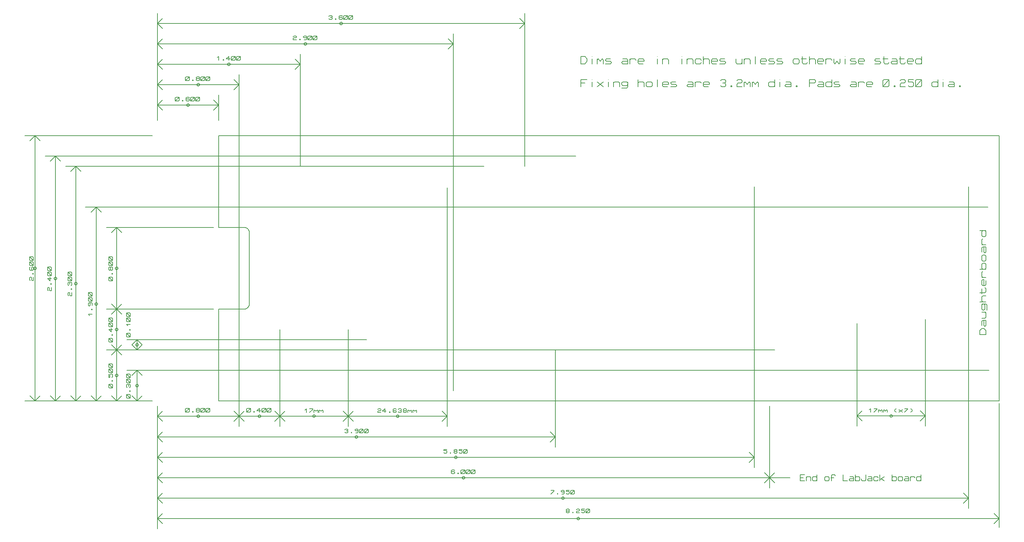
<source format=gbr>
G04 PROTEUS GERBER X2 FILE*
%TF.GenerationSoftware,Labcenter,Proteus,8.12-SP0-Build30713*%
%TF.CreationDate,2021-04-15T12:14:11+00:00*%
%TF.FileFunction,Other,Mechanical 1*%
%TF.FilePolarity,Positive*%
%TF.Part,Single*%
%TF.SameCoordinates,{5a193cc5-51b4-4a6d-ad6d-b15ded965af5}*%
%FSLAX26Y26*%
%MOIN*%
G01*
%TA.AperFunction,NonMaterial*%
%ADD55C,0.008000*%
%TA.AperFunction,Profile*%
%ADD71C,0.008000*%
%TD.AperFunction*%
D55*
X-160630Y-1650000D02*
X-160630Y+690000D01*
X-3500000Y-900000D02*
X+3050000Y-900000D01*
X-2200000Y+1800000D02*
X-2200000Y-1650000D01*
X-3705000Y+500000D02*
X+5140000Y+500000D01*
X-3900000Y+900000D02*
X+200000Y+900000D01*
X-100000Y+2200000D02*
X-100000Y-1300000D01*
X+600000Y+2400000D02*
X+600000Y+900000D01*
X-4100000Y+1000000D02*
X+1100000Y+1000000D01*
X-1600000Y+2000000D02*
X-1600000Y+900000D01*
D71*
X-2400000Y+300000D02*
X-2400000Y+1199213D01*
X-2400000Y+1200000D02*
X+5250000Y+1200000D01*
X+5250000Y-1400000D01*
X-2400000Y-1400000D01*
X-2400000Y-500000D01*
X-2100197Y+250646D02*
X-2099983Y-450000D01*
X-2400000Y-500000D02*
X-2150000Y-500000D01*
X-2100000Y-450000D02*
X-2100995Y-460223D01*
X-2103857Y-469678D01*
X-2108404Y-478180D01*
X-2114453Y-485547D01*
X-2121820Y-491595D01*
X-2130322Y-496143D01*
X-2139777Y-499005D01*
X-2150000Y-500000D01*
X-2150000Y+300000D02*
X-2139777Y+299005D01*
X-2130322Y+296143D01*
X-2121820Y+291595D01*
X-2114453Y+285547D01*
X-2108404Y+278180D01*
X-2103857Y+269678D01*
X-2100995Y+260223D01*
X-2100000Y+250000D01*
X-2400000Y+300000D02*
X-2150000Y+300000D01*
D55*
X+4950000Y+700000D02*
X+4950000Y-2453150D01*
X-3300000Y-1100000D02*
X+5150000Y-1100000D01*
X-3000000Y-1450000D02*
X-3000000Y-2653150D01*
X+3000000Y-1450000D02*
X+3000000Y-2253150D01*
X-3000000Y-1550000D02*
X-2200000Y-1550000D01*
X-3000000Y-1550000D02*
X-2950000Y-1600000D01*
X-3000000Y-1550000D02*
X-2950000Y-1500000D01*
X-2200000Y-1550000D02*
X-2250000Y-1500000D01*
X-2200000Y-1550000D02*
X-2250000Y-1600000D01*
X-2587500Y-1550000D02*
X-2587543Y-1548964D01*
X-2587893Y-1546890D01*
X-2588626Y-1544816D01*
X-2589823Y-1542742D01*
X-2591654Y-1540694D01*
X-2593728Y-1539187D01*
X-2595802Y-1538226D01*
X-2597876Y-1537682D01*
X-2599950Y-1537500D01*
X-2600000Y-1537500D01*
X-2612500Y-1550000D02*
X-2612457Y-1548964D01*
X-2612107Y-1546890D01*
X-2611374Y-1544816D01*
X-2610177Y-1542742D01*
X-2608346Y-1540694D01*
X-2606272Y-1539187D01*
X-2604198Y-1538226D01*
X-2602124Y-1537682D01*
X-2600050Y-1537500D01*
X-2600000Y-1537500D01*
X-2612500Y-1550000D02*
X-2612457Y-1551036D01*
X-2612107Y-1553110D01*
X-2611374Y-1555184D01*
X-2610177Y-1557258D01*
X-2608346Y-1559306D01*
X-2606272Y-1560813D01*
X-2604198Y-1561774D01*
X-2602124Y-1562318D01*
X-2600050Y-1562500D01*
X-2600000Y-1562500D01*
X-2587500Y-1550000D02*
X-2587543Y-1551036D01*
X-2587893Y-1553110D01*
X-2588626Y-1555184D01*
X-2589823Y-1557258D01*
X-2591654Y-1559306D01*
X-2593728Y-1560813D01*
X-2595802Y-1561774D01*
X-2597876Y-1562318D01*
X-2599950Y-1562500D01*
X-2600000Y-1562500D01*
X-2725000Y-1503000D02*
X-2725000Y-1479000D01*
X-2718750Y-1473000D01*
X-2693750Y-1473000D01*
X-2687500Y-1479000D01*
X-2687500Y-1503000D01*
X-2693750Y-1509000D01*
X-2718750Y-1509000D01*
X-2725000Y-1503000D01*
X-2725000Y-1509000D02*
X-2687500Y-1473000D01*
X-2656250Y-1503000D02*
X-2650000Y-1503000D01*
X-2650000Y-1509000D01*
X-2656250Y-1509000D01*
X-2656250Y-1503000D01*
X-2612500Y-1491000D02*
X-2618750Y-1485000D01*
X-2618750Y-1479000D01*
X-2612500Y-1473000D01*
X-2593750Y-1473000D01*
X-2587500Y-1479000D01*
X-2587500Y-1485000D01*
X-2593750Y-1491000D01*
X-2612500Y-1491000D01*
X-2618750Y-1497000D01*
X-2618750Y-1503000D01*
X-2612500Y-1509000D01*
X-2593750Y-1509000D01*
X-2587500Y-1503000D01*
X-2587500Y-1497000D01*
X-2593750Y-1491000D01*
X-2575000Y-1503000D02*
X-2575000Y-1479000D01*
X-2568750Y-1473000D01*
X-2543750Y-1473000D01*
X-2537500Y-1479000D01*
X-2537500Y-1503000D01*
X-2543750Y-1509000D01*
X-2568750Y-1509000D01*
X-2575000Y-1503000D01*
X-2575000Y-1509000D02*
X-2537500Y-1473000D01*
X-2525000Y-1503000D02*
X-2525000Y-1479000D01*
X-2518750Y-1473000D01*
X-2493750Y-1473000D01*
X-2487500Y-1479000D01*
X-2487500Y-1503000D01*
X-2493750Y-1509000D01*
X-2518750Y-1509000D01*
X-2525000Y-1503000D01*
X-2525000Y-1509000D02*
X-2487500Y-1473000D01*
X-3000000Y-2153150D02*
X+3000000Y-2153150D01*
X-3000000Y-2153150D02*
X-2950000Y-2203150D01*
X-3000000Y-2153150D02*
X-2950000Y-2103150D01*
X+3000000Y-2153150D02*
X+2950000Y-2103150D01*
X+3000000Y-2153150D02*
X+2950000Y-2203150D01*
X+12500Y-2153150D02*
X+12457Y-2152114D01*
X+12107Y-2150040D01*
X+11374Y-2147966D01*
X+10177Y-2145892D01*
X+8346Y-2143844D01*
X+6272Y-2142337D01*
X+4198Y-2141376D01*
X+2124Y-2140832D01*
X+50Y-2140650D01*
X+0Y-2140650D01*
X-12500Y-2153150D02*
X-12457Y-2152114D01*
X-12107Y-2150040D01*
X-11374Y-2147966D01*
X-10177Y-2145892D01*
X-8346Y-2143844D01*
X-6272Y-2142337D01*
X-4198Y-2141376D01*
X-2124Y-2140832D01*
X-50Y-2140650D01*
X+0Y-2140650D01*
X-12500Y-2153150D02*
X-12457Y-2154186D01*
X-12107Y-2156260D01*
X-11374Y-2158334D01*
X-10177Y-2160408D01*
X-8346Y-2162456D01*
X-6272Y-2163963D01*
X-4198Y-2164924D01*
X-2124Y-2165468D01*
X-50Y-2165650D01*
X+0Y-2165650D01*
X+12500Y-2153150D02*
X+12457Y-2154186D01*
X+12107Y-2156260D01*
X+11374Y-2158334D01*
X+10177Y-2160408D01*
X+8346Y-2162456D01*
X+6272Y-2163963D01*
X+4198Y-2164924D01*
X+2124Y-2165468D01*
X+50Y-2165650D01*
X+0Y-2165650D01*
X-87500Y-2082150D02*
X-93750Y-2076150D01*
X-112500Y-2076150D01*
X-118750Y-2082150D01*
X-118750Y-2106150D01*
X-112500Y-2112150D01*
X-93750Y-2112150D01*
X-87500Y-2106150D01*
X-87500Y-2100150D01*
X-93750Y-2094150D01*
X-118750Y-2094150D01*
X-56250Y-2106150D02*
X-50000Y-2106150D01*
X-50000Y-2112150D01*
X-56250Y-2112150D01*
X-56250Y-2106150D01*
X-25000Y-2106150D02*
X-25000Y-2082150D01*
X-18750Y-2076150D01*
X+6250Y-2076150D01*
X+12500Y-2082150D01*
X+12500Y-2106150D01*
X+6250Y-2112150D01*
X-18750Y-2112150D01*
X-25000Y-2106150D01*
X-25000Y-2112150D02*
X+12500Y-2076150D01*
X+25000Y-2106150D02*
X+25000Y-2082150D01*
X+31250Y-2076150D01*
X+56250Y-2076150D01*
X+62500Y-2082150D01*
X+62500Y-2106150D01*
X+56250Y-2112150D01*
X+31250Y-2112150D01*
X+25000Y-2106150D01*
X+25000Y-2112150D02*
X+62500Y-2076150D01*
X+75000Y-2106150D02*
X+75000Y-2082150D01*
X+81250Y-2076150D01*
X+106250Y-2076150D01*
X+112500Y-2082150D01*
X+112500Y-2106150D01*
X+106250Y-2112150D01*
X+81250Y-2112150D01*
X+75000Y-2106150D01*
X+75000Y-2112150D02*
X+112500Y-2076150D01*
X-3000000Y-2353150D02*
X+4950000Y-2353150D01*
X-3000000Y-2353150D02*
X-2950000Y-2403150D01*
X-3000000Y-2353150D02*
X-2950000Y-2303150D01*
X+4950000Y-2353150D02*
X+4900000Y-2303150D01*
X+4950000Y-2353150D02*
X+4900000Y-2403150D01*
X+987500Y-2353150D02*
X+987457Y-2352114D01*
X+987107Y-2350040D01*
X+986374Y-2347966D01*
X+985177Y-2345892D01*
X+983346Y-2343844D01*
X+981272Y-2342337D01*
X+979198Y-2341376D01*
X+977124Y-2340832D01*
X+975050Y-2340650D01*
X+975000Y-2340650D01*
X+962500Y-2353150D02*
X+962543Y-2352114D01*
X+962893Y-2350040D01*
X+963626Y-2347966D01*
X+964823Y-2345892D01*
X+966654Y-2343844D01*
X+968728Y-2342337D01*
X+970802Y-2341376D01*
X+972876Y-2340832D01*
X+974950Y-2340650D01*
X+975000Y-2340650D01*
X+962500Y-2353150D02*
X+962543Y-2354186D01*
X+962893Y-2356260D01*
X+963626Y-2358334D01*
X+964823Y-2360408D01*
X+966654Y-2362456D01*
X+968728Y-2363963D01*
X+970802Y-2364924D01*
X+972876Y-2365468D01*
X+974950Y-2365650D01*
X+975000Y-2365650D01*
X+987500Y-2353150D02*
X+987457Y-2354186D01*
X+987107Y-2356260D01*
X+986374Y-2358334D01*
X+985177Y-2360408D01*
X+983346Y-2362456D01*
X+981272Y-2363963D01*
X+979198Y-2364924D01*
X+977124Y-2365468D01*
X+975050Y-2365650D01*
X+975000Y-2365650D01*
X+856250Y-2276150D02*
X+887500Y-2276150D01*
X+887500Y-2282150D01*
X+856250Y-2312150D01*
X+918750Y-2306150D02*
X+925000Y-2306150D01*
X+925000Y-2312150D01*
X+918750Y-2312150D01*
X+918750Y-2306150D01*
X+987500Y-2288150D02*
X+981250Y-2294150D01*
X+962500Y-2294150D01*
X+956250Y-2288150D01*
X+956250Y-2282150D01*
X+962500Y-2276150D01*
X+981250Y-2276150D01*
X+987500Y-2282150D01*
X+987500Y-2306150D01*
X+981250Y-2312150D01*
X+962500Y-2312150D01*
X+1037500Y-2276150D02*
X+1006250Y-2276150D01*
X+1006250Y-2288150D01*
X+1031250Y-2288150D01*
X+1037500Y-2294150D01*
X+1037500Y-2306150D01*
X+1031250Y-2312150D01*
X+1012500Y-2312150D01*
X+1006250Y-2306150D01*
X+1050000Y-2306150D02*
X+1050000Y-2282150D01*
X+1056250Y-2276150D01*
X+1081250Y-2276150D01*
X+1087500Y-2282150D01*
X+1087500Y-2306150D01*
X+1081250Y-2312150D01*
X+1056250Y-2312150D01*
X+1050000Y-2306150D01*
X+1050000Y-2312150D02*
X+1087500Y-2276150D01*
X+5250000Y-1425000D02*
X+5250000Y-2638780D01*
X-3000000Y-2553150D02*
X+5250000Y-2553150D01*
X-3000000Y-2553150D02*
X-2950000Y-2603150D01*
X-3000000Y-2553150D02*
X-2950000Y-2503150D01*
X+5250000Y-2553150D02*
X+5200000Y-2503150D01*
X+5250000Y-2553150D02*
X+5200000Y-2603150D01*
X+1137500Y-2553150D02*
X+1137457Y-2552114D01*
X+1137107Y-2550040D01*
X+1136374Y-2547966D01*
X+1135177Y-2545892D01*
X+1133346Y-2543844D01*
X+1131272Y-2542337D01*
X+1129198Y-2541376D01*
X+1127124Y-2540832D01*
X+1125050Y-2540650D01*
X+1125000Y-2540650D01*
X+1112500Y-2553150D02*
X+1112543Y-2552114D01*
X+1112893Y-2550040D01*
X+1113626Y-2547966D01*
X+1114823Y-2545892D01*
X+1116654Y-2543844D01*
X+1118728Y-2542337D01*
X+1120802Y-2541376D01*
X+1122876Y-2540832D01*
X+1124950Y-2540650D01*
X+1125000Y-2540650D01*
X+1112500Y-2553150D02*
X+1112543Y-2554186D01*
X+1112893Y-2556260D01*
X+1113626Y-2558334D01*
X+1114823Y-2560408D01*
X+1116654Y-2562456D01*
X+1118728Y-2563963D01*
X+1120802Y-2564924D01*
X+1122876Y-2565468D01*
X+1124950Y-2565650D01*
X+1125000Y-2565650D01*
X+1137500Y-2553150D02*
X+1137457Y-2554186D01*
X+1137107Y-2556260D01*
X+1136374Y-2558334D01*
X+1135177Y-2560408D01*
X+1133346Y-2562456D01*
X+1131272Y-2563963D01*
X+1129198Y-2564924D01*
X+1127124Y-2565468D01*
X+1125050Y-2565650D01*
X+1125000Y-2565650D01*
X+1012500Y-2479780D02*
X+1006250Y-2473780D01*
X+1006250Y-2467780D01*
X+1012500Y-2461780D01*
X+1031250Y-2461780D01*
X+1037500Y-2467780D01*
X+1037500Y-2473780D01*
X+1031250Y-2479780D01*
X+1012500Y-2479780D01*
X+1006250Y-2485780D01*
X+1006250Y-2491780D01*
X+1012500Y-2497780D01*
X+1031250Y-2497780D01*
X+1037500Y-2491780D01*
X+1037500Y-2485780D01*
X+1031250Y-2479780D01*
X+1068750Y-2491780D02*
X+1075000Y-2491780D01*
X+1075000Y-2497780D01*
X+1068750Y-2497780D01*
X+1068750Y-2491780D01*
X+1106250Y-2467780D02*
X+1112500Y-2461780D01*
X+1131250Y-2461780D01*
X+1137500Y-2467780D01*
X+1137500Y-2473780D01*
X+1131250Y-2479780D01*
X+1112500Y-2479780D01*
X+1106250Y-2485780D01*
X+1106250Y-2497780D01*
X+1137500Y-2497780D01*
X+1187500Y-2461780D02*
X+1156250Y-2461780D01*
X+1156250Y-2473780D01*
X+1181250Y-2473780D01*
X+1187500Y-2479780D01*
X+1187500Y-2491780D01*
X+1181250Y-2497780D01*
X+1162500Y-2497780D01*
X+1156250Y-2491780D01*
X+1200000Y-2491780D02*
X+1200000Y-2467780D01*
X+1206250Y-2461780D01*
X+1231250Y-2461780D01*
X+1237500Y-2467780D01*
X+1237500Y-2491780D01*
X+1231250Y-2497780D01*
X+1206250Y-2497780D01*
X+1200000Y-2491780D01*
X+1200000Y-2497780D02*
X+1237500Y-2461780D01*
X-3050000Y+1200000D02*
X-4300000Y+1200000D01*
X-3050000Y-1400000D02*
X-4300000Y-1400000D01*
X-3200000Y-1400000D02*
X-3200000Y-1100000D01*
X-3200000Y-1400000D02*
X-3150000Y-1350000D01*
X-3200000Y-1400000D02*
X-3250000Y-1350000D01*
X-3200000Y-1100000D02*
X-3250000Y-1150000D01*
X-3200000Y-1100000D02*
X-3150000Y-1150000D01*
X-3187500Y-1250000D02*
X-3187543Y-1248964D01*
X-3187893Y-1246890D01*
X-3188626Y-1244816D01*
X-3189823Y-1242742D01*
X-3191654Y-1240694D01*
X-3193728Y-1239187D01*
X-3195802Y-1238226D01*
X-3197876Y-1237682D01*
X-3199950Y-1237500D01*
X-3200000Y-1237500D01*
X-3212500Y-1250000D02*
X-3212457Y-1248964D01*
X-3212107Y-1246890D01*
X-3211374Y-1244816D01*
X-3210177Y-1242742D01*
X-3208346Y-1240694D01*
X-3206272Y-1239187D01*
X-3204198Y-1238226D01*
X-3202124Y-1237682D01*
X-3200050Y-1237500D01*
X-3200000Y-1237500D01*
X-3212500Y-1250000D02*
X-3212457Y-1251036D01*
X-3212107Y-1253110D01*
X-3211374Y-1255184D01*
X-3210177Y-1257258D01*
X-3208346Y-1259306D01*
X-3206272Y-1260813D01*
X-3204198Y-1261774D01*
X-3202124Y-1262318D01*
X-3200050Y-1262500D01*
X-3200000Y-1262500D01*
X-3187500Y-1250000D02*
X-3187543Y-1251036D01*
X-3187893Y-1253110D01*
X-3188626Y-1255184D01*
X-3189823Y-1257258D01*
X-3191654Y-1259306D01*
X-3193728Y-1260813D01*
X-3195802Y-1261774D01*
X-3197876Y-1262318D01*
X-3199950Y-1262500D01*
X-3200000Y-1262500D01*
X-3272000Y-1375000D02*
X-3296000Y-1375000D01*
X-3302000Y-1368750D01*
X-3302000Y-1343750D01*
X-3296000Y-1337500D01*
X-3272000Y-1337500D01*
X-3266000Y-1343750D01*
X-3266000Y-1368750D01*
X-3272000Y-1375000D01*
X-3266000Y-1375000D02*
X-3302000Y-1337500D01*
X-3272000Y-1306250D02*
X-3272000Y-1300000D01*
X-3266000Y-1300000D01*
X-3266000Y-1306250D01*
X-3272000Y-1306250D01*
X-3296000Y-1268750D02*
X-3302000Y-1262500D01*
X-3302000Y-1243750D01*
X-3296000Y-1237500D01*
X-3290000Y-1237500D01*
X-3284000Y-1243750D01*
X-3278000Y-1237500D01*
X-3272000Y-1237500D01*
X-3266000Y-1243750D01*
X-3266000Y-1262500D01*
X-3272000Y-1268750D01*
X-3284000Y-1256250D02*
X-3284000Y-1243750D01*
X-3272000Y-1225000D02*
X-3296000Y-1225000D01*
X-3302000Y-1218750D01*
X-3302000Y-1193750D01*
X-3296000Y-1187500D01*
X-3272000Y-1187500D01*
X-3266000Y-1193750D01*
X-3266000Y-1218750D01*
X-3272000Y-1225000D01*
X-3266000Y-1225000D02*
X-3302000Y-1187500D01*
X-3272000Y-1175000D02*
X-3296000Y-1175000D01*
X-3302000Y-1168750D01*
X-3302000Y-1143750D01*
X-3296000Y-1137500D01*
X-3272000Y-1137500D01*
X-3266000Y-1143750D01*
X-3266000Y-1168750D01*
X-3272000Y-1175000D01*
X-3266000Y-1175000D02*
X-3302000Y-1137500D01*
X-3400000Y-1400000D02*
X-3400000Y-900000D01*
X-3400000Y-1400000D02*
X-3350000Y-1350000D01*
X-3400000Y-1400000D02*
X-3450000Y-1350000D01*
X-3400000Y-900000D02*
X-3450000Y-950000D01*
X-3400000Y-900000D02*
X-3350000Y-950000D01*
X-3387500Y-1150000D02*
X-3387543Y-1148964D01*
X-3387893Y-1146890D01*
X-3388626Y-1144816D01*
X-3389823Y-1142742D01*
X-3391654Y-1140694D01*
X-3393728Y-1139187D01*
X-3395802Y-1138226D01*
X-3397876Y-1137682D01*
X-3399950Y-1137500D01*
X-3400000Y-1137500D01*
X-3412500Y-1150000D02*
X-3412457Y-1148964D01*
X-3412107Y-1146890D01*
X-3411374Y-1144816D01*
X-3410177Y-1142742D01*
X-3408346Y-1140694D01*
X-3406272Y-1139187D01*
X-3404198Y-1138226D01*
X-3402124Y-1137682D01*
X-3400050Y-1137500D01*
X-3400000Y-1137500D01*
X-3412500Y-1150000D02*
X-3412457Y-1151036D01*
X-3412107Y-1153110D01*
X-3411374Y-1155184D01*
X-3410177Y-1157258D01*
X-3408346Y-1159306D01*
X-3406272Y-1160813D01*
X-3404198Y-1161774D01*
X-3402124Y-1162318D01*
X-3400050Y-1162500D01*
X-3400000Y-1162500D01*
X-3387500Y-1150000D02*
X-3387543Y-1151036D01*
X-3387893Y-1153110D01*
X-3388626Y-1155184D01*
X-3389823Y-1157258D01*
X-3391654Y-1159306D01*
X-3393728Y-1160813D01*
X-3395802Y-1161774D01*
X-3397876Y-1162318D01*
X-3399950Y-1162500D01*
X-3400000Y-1162500D01*
X-3447000Y-1275000D02*
X-3471000Y-1275000D01*
X-3477000Y-1268750D01*
X-3477000Y-1243750D01*
X-3471000Y-1237500D01*
X-3447000Y-1237500D01*
X-3441000Y-1243750D01*
X-3441000Y-1268750D01*
X-3447000Y-1275000D01*
X-3441000Y-1275000D02*
X-3477000Y-1237500D01*
X-3447000Y-1206250D02*
X-3447000Y-1200000D01*
X-3441000Y-1200000D01*
X-3441000Y-1206250D01*
X-3447000Y-1206250D01*
X-3477000Y-1137500D02*
X-3477000Y-1168750D01*
X-3465000Y-1168750D01*
X-3465000Y-1143750D01*
X-3459000Y-1137500D01*
X-3447000Y-1137500D01*
X-3441000Y-1143750D01*
X-3441000Y-1162500D01*
X-3447000Y-1168750D01*
X-3447000Y-1125000D02*
X-3471000Y-1125000D01*
X-3477000Y-1118750D01*
X-3477000Y-1093750D01*
X-3471000Y-1087500D01*
X-3447000Y-1087500D01*
X-3441000Y-1093750D01*
X-3441000Y-1118750D01*
X-3447000Y-1125000D01*
X-3441000Y-1125000D02*
X-3477000Y-1087500D01*
X-3447000Y-1075000D02*
X-3471000Y-1075000D01*
X-3477000Y-1068750D01*
X-3477000Y-1043750D01*
X-3471000Y-1037500D01*
X-3447000Y-1037500D01*
X-3441000Y-1043750D01*
X-3441000Y-1068750D01*
X-3447000Y-1075000D01*
X-3441000Y-1075000D02*
X-3477000Y-1037500D01*
X-3600000Y-1400000D02*
X-3600000Y+500000D01*
X-3600000Y-1400000D02*
X-3550000Y-1350000D01*
X-3600000Y-1400000D02*
X-3650000Y-1350000D01*
X-3600000Y+500000D02*
X-3650000Y+450000D01*
X-3600000Y+500000D02*
X-3550000Y+450000D01*
X-3587500Y-450000D02*
X-3587543Y-448964D01*
X-3587893Y-446890D01*
X-3588626Y-444816D01*
X-3589823Y-442742D01*
X-3591654Y-440694D01*
X-3593728Y-439187D01*
X-3595802Y-438226D01*
X-3597876Y-437682D01*
X-3599950Y-437500D01*
X-3600000Y-437500D01*
X-3612500Y-450000D02*
X-3612457Y-448964D01*
X-3612107Y-446890D01*
X-3611374Y-444816D01*
X-3610177Y-442742D01*
X-3608346Y-440694D01*
X-3606272Y-439187D01*
X-3604198Y-438226D01*
X-3602124Y-437682D01*
X-3600050Y-437500D01*
X-3600000Y-437500D01*
X-3612500Y-450000D02*
X-3612457Y-451036D01*
X-3612107Y-453110D01*
X-3611374Y-455184D01*
X-3610177Y-457258D01*
X-3608346Y-459306D01*
X-3606272Y-460813D01*
X-3604198Y-461774D01*
X-3602124Y-462318D01*
X-3600050Y-462500D01*
X-3600000Y-462500D01*
X-3587500Y-450000D02*
X-3587543Y-451036D01*
X-3587893Y-453110D01*
X-3588626Y-455184D01*
X-3589823Y-457258D01*
X-3591654Y-459306D01*
X-3593728Y-460813D01*
X-3595802Y-461774D01*
X-3597876Y-462318D01*
X-3599950Y-462500D01*
X-3600000Y-462500D01*
X-3665000Y-562500D02*
X-3677000Y-550000D01*
X-3641000Y-550000D01*
X-3647000Y-506250D02*
X-3647000Y-500000D01*
X-3641000Y-500000D01*
X-3641000Y-506250D01*
X-3647000Y-506250D01*
X-3665000Y-437500D02*
X-3659000Y-443750D01*
X-3659000Y-462500D01*
X-3665000Y-468750D01*
X-3671000Y-468750D01*
X-3677000Y-462500D01*
X-3677000Y-443750D01*
X-3671000Y-437500D01*
X-3647000Y-437500D01*
X-3641000Y-443750D01*
X-3641000Y-462500D01*
X-3647000Y-425000D02*
X-3671000Y-425000D01*
X-3677000Y-418750D01*
X-3677000Y-393750D01*
X-3671000Y-387500D01*
X-3647000Y-387500D01*
X-3641000Y-393750D01*
X-3641000Y-418750D01*
X-3647000Y-425000D01*
X-3641000Y-425000D02*
X-3677000Y-387500D01*
X-3647000Y-375000D02*
X-3671000Y-375000D01*
X-3677000Y-368750D01*
X-3677000Y-343750D01*
X-3671000Y-337500D01*
X-3647000Y-337500D01*
X-3641000Y-343750D01*
X-3641000Y-368750D01*
X-3647000Y-375000D01*
X-3641000Y-375000D02*
X-3677000Y-337500D01*
X-3800000Y-1400000D02*
X-3800000Y+900000D01*
X-3800000Y-1400000D02*
X-3750000Y-1350000D01*
X-3800000Y-1400000D02*
X-3850000Y-1350000D01*
X-3800000Y+900000D02*
X-3850000Y+850000D01*
X-3800000Y+900000D02*
X-3750000Y+850000D01*
X-3787500Y-250000D02*
X-3787543Y-248964D01*
X-3787893Y-246890D01*
X-3788626Y-244816D01*
X-3789823Y-242742D01*
X-3791654Y-240694D01*
X-3793728Y-239187D01*
X-3795802Y-238226D01*
X-3797876Y-237682D01*
X-3799950Y-237500D01*
X-3800000Y-237500D01*
X-3812500Y-250000D02*
X-3812457Y-248964D01*
X-3812107Y-246890D01*
X-3811374Y-244816D01*
X-3810177Y-242742D01*
X-3808346Y-240694D01*
X-3806272Y-239187D01*
X-3804198Y-238226D01*
X-3802124Y-237682D01*
X-3800050Y-237500D01*
X-3800000Y-237500D01*
X-3812500Y-250000D02*
X-3812457Y-251036D01*
X-3812107Y-253110D01*
X-3811374Y-255184D01*
X-3810177Y-257258D01*
X-3808346Y-259306D01*
X-3806272Y-260813D01*
X-3804198Y-261774D01*
X-3802124Y-262318D01*
X-3800050Y-262500D01*
X-3800000Y-262500D01*
X-3787500Y-250000D02*
X-3787543Y-251036D01*
X-3787893Y-253110D01*
X-3788626Y-255184D01*
X-3789823Y-257258D01*
X-3791654Y-259306D01*
X-3793728Y-260813D01*
X-3795802Y-261774D01*
X-3797876Y-262318D01*
X-3799950Y-262500D01*
X-3800000Y-262500D01*
X-3871000Y-368750D02*
X-3877000Y-362500D01*
X-3877000Y-343750D01*
X-3871000Y-337500D01*
X-3865000Y-337500D01*
X-3859000Y-343750D01*
X-3859000Y-362500D01*
X-3853000Y-368750D01*
X-3841000Y-368750D01*
X-3841000Y-337500D01*
X-3847000Y-306250D02*
X-3847000Y-300000D01*
X-3841000Y-300000D01*
X-3841000Y-306250D01*
X-3847000Y-306250D01*
X-3871000Y-268750D02*
X-3877000Y-262500D01*
X-3877000Y-243750D01*
X-3871000Y-237500D01*
X-3865000Y-237500D01*
X-3859000Y-243750D01*
X-3853000Y-237500D01*
X-3847000Y-237500D01*
X-3841000Y-243750D01*
X-3841000Y-262500D01*
X-3847000Y-268750D01*
X-3859000Y-256250D02*
X-3859000Y-243750D01*
X-3847000Y-225000D02*
X-3871000Y-225000D01*
X-3877000Y-218750D01*
X-3877000Y-193750D01*
X-3871000Y-187500D01*
X-3847000Y-187500D01*
X-3841000Y-193750D01*
X-3841000Y-218750D01*
X-3847000Y-225000D01*
X-3841000Y-225000D02*
X-3877000Y-187500D01*
X-3847000Y-175000D02*
X-3871000Y-175000D01*
X-3877000Y-168750D01*
X-3877000Y-143750D01*
X-3871000Y-137500D01*
X-3847000Y-137500D01*
X-3841000Y-143750D01*
X-3841000Y-168750D01*
X-3847000Y-175000D01*
X-3841000Y-175000D02*
X-3877000Y-137500D01*
X-4200000Y-1400000D02*
X-4200000Y+1200000D01*
X-4200000Y-1400000D02*
X-4150000Y-1350000D01*
X-4200000Y-1400000D02*
X-4250000Y-1350000D01*
X-4200000Y+1200000D02*
X-4250000Y+1150000D01*
X-4200000Y+1200000D02*
X-4150000Y+1150000D01*
X-4187500Y-100000D02*
X-4187543Y-98964D01*
X-4187893Y-96890D01*
X-4188626Y-94816D01*
X-4189823Y-92742D01*
X-4191654Y-90694D01*
X-4193728Y-89187D01*
X-4195802Y-88226D01*
X-4197876Y-87682D01*
X-4199950Y-87500D01*
X-4200000Y-87500D01*
X-4212500Y-100000D02*
X-4212457Y-98964D01*
X-4212107Y-96890D01*
X-4211374Y-94816D01*
X-4210177Y-92742D01*
X-4208346Y-90694D01*
X-4206272Y-89187D01*
X-4204198Y-88226D01*
X-4202124Y-87682D01*
X-4200050Y-87500D01*
X-4200000Y-87500D01*
X-4212500Y-100000D02*
X-4212457Y-101036D01*
X-4212107Y-103110D01*
X-4211374Y-105184D01*
X-4210177Y-107258D01*
X-4208346Y-109306D01*
X-4206272Y-110813D01*
X-4204198Y-111774D01*
X-4202124Y-112318D01*
X-4200050Y-112500D01*
X-4200000Y-112500D01*
X-4187500Y-100000D02*
X-4187543Y-101036D01*
X-4187893Y-103110D01*
X-4188626Y-105184D01*
X-4189823Y-107258D01*
X-4191654Y-109306D01*
X-4193728Y-110813D01*
X-4195802Y-111774D01*
X-4197876Y-112318D01*
X-4199950Y-112500D01*
X-4200000Y-112500D01*
X-4246000Y-218750D02*
X-4252000Y-212500D01*
X-4252000Y-193750D01*
X-4246000Y-187500D01*
X-4240000Y-187500D01*
X-4234000Y-193750D01*
X-4234000Y-212500D01*
X-4228000Y-218750D01*
X-4216000Y-218750D01*
X-4216000Y-187500D01*
X-4222000Y-156250D02*
X-4222000Y-150000D01*
X-4216000Y-150000D01*
X-4216000Y-156250D01*
X-4222000Y-156250D01*
X-4246000Y-87500D02*
X-4252000Y-93750D01*
X-4252000Y-112500D01*
X-4246000Y-118750D01*
X-4222000Y-118750D01*
X-4216000Y-112500D01*
X-4216000Y-93750D01*
X-4222000Y-87500D01*
X-4228000Y-87500D01*
X-4234000Y-93750D01*
X-4234000Y-118750D01*
X-4222000Y-75000D02*
X-4246000Y-75000D01*
X-4252000Y-68750D01*
X-4252000Y-43750D01*
X-4246000Y-37500D01*
X-4222000Y-37500D01*
X-4216000Y-43750D01*
X-4216000Y-68750D01*
X-4222000Y-75000D01*
X-4216000Y-75000D02*
X-4252000Y-37500D01*
X-4222000Y-25000D02*
X-4246000Y-25000D01*
X-4252000Y-18750D01*
X-4252000Y+6250D01*
X-4246000Y+12500D01*
X-4222000Y+12500D01*
X-4216000Y+6250D01*
X-4216000Y-18750D01*
X-4222000Y-25000D01*
X-4216000Y-25000D02*
X-4252000Y+12500D01*
X-1800000Y-700000D02*
X-1800000Y-1650000D01*
X-2200000Y-1550000D02*
X-1800000Y-1550000D01*
X-2200000Y-1550000D02*
X-2150000Y-1600000D01*
X-2200000Y-1550000D02*
X-2150000Y-1500000D01*
X-1800000Y-1550000D02*
X-1850000Y-1500000D01*
X-1800000Y-1550000D02*
X-1850000Y-1600000D01*
X-1987500Y-1550000D02*
X-1987543Y-1548964D01*
X-1987893Y-1546890D01*
X-1988626Y-1544816D01*
X-1989823Y-1542742D01*
X-1991654Y-1540694D01*
X-1993728Y-1539187D01*
X-1995802Y-1538226D01*
X-1997876Y-1537682D01*
X-1999950Y-1537500D01*
X-2000000Y-1537500D01*
X-2012500Y-1550000D02*
X-2012457Y-1548964D01*
X-2012107Y-1546890D01*
X-2011374Y-1544816D01*
X-2010177Y-1542742D01*
X-2008346Y-1540694D01*
X-2006272Y-1539187D01*
X-2004198Y-1538226D01*
X-2002124Y-1537682D01*
X-2000050Y-1537500D01*
X-2000000Y-1537500D01*
X-2012500Y-1550000D02*
X-2012457Y-1551036D01*
X-2012107Y-1553110D01*
X-2011374Y-1555184D01*
X-2010177Y-1557258D01*
X-2008346Y-1559306D01*
X-2006272Y-1560813D01*
X-2004198Y-1561774D01*
X-2002124Y-1562318D01*
X-2000050Y-1562500D01*
X-2000000Y-1562500D01*
X-1987500Y-1550000D02*
X-1987543Y-1551036D01*
X-1987893Y-1553110D01*
X-1988626Y-1555184D01*
X-1989823Y-1557258D01*
X-1991654Y-1559306D01*
X-1993728Y-1560813D01*
X-1995802Y-1561774D01*
X-1997876Y-1562318D01*
X-1999950Y-1562500D01*
X-2000000Y-1562500D01*
X-2125000Y-1503000D02*
X-2125000Y-1479000D01*
X-2118750Y-1473000D01*
X-2093750Y-1473000D01*
X-2087500Y-1479000D01*
X-2087500Y-1503000D01*
X-2093750Y-1509000D01*
X-2118750Y-1509000D01*
X-2125000Y-1503000D01*
X-2125000Y-1509000D02*
X-2087500Y-1473000D01*
X-2056250Y-1503000D02*
X-2050000Y-1503000D01*
X-2050000Y-1509000D01*
X-2056250Y-1509000D01*
X-2056250Y-1503000D01*
X-1987500Y-1497000D02*
X-2025000Y-1497000D01*
X-2000000Y-1473000D01*
X-2000000Y-1509000D01*
X-1975000Y-1503000D02*
X-1975000Y-1479000D01*
X-1968750Y-1473000D01*
X-1943750Y-1473000D01*
X-1937500Y-1479000D01*
X-1937500Y-1503000D01*
X-1943750Y-1509000D01*
X-1968750Y-1509000D01*
X-1975000Y-1503000D01*
X-1975000Y-1509000D02*
X-1937500Y-1473000D01*
X-1925000Y-1503000D02*
X-1925000Y-1479000D01*
X-1918750Y-1473000D01*
X-1893750Y-1473000D01*
X-1887500Y-1479000D01*
X-1887500Y-1503000D01*
X-1893750Y-1509000D01*
X-1918750Y-1509000D01*
X-1925000Y-1503000D01*
X-1925000Y-1509000D02*
X-1887500Y-1473000D01*
X-1130709Y-700000D02*
X-1130709Y-1650000D01*
X-1800000Y-1549213D02*
X-1130709Y-1549213D01*
X-1800000Y-1549213D02*
X-1750000Y-1599213D01*
X-1800000Y-1549213D02*
X-1750000Y-1499213D01*
X-1130709Y-1549213D02*
X-1180709Y-1499213D01*
X-1130709Y-1549213D02*
X-1180709Y-1599213D01*
X-1452854Y-1549213D02*
X-1452897Y-1548177D01*
X-1453247Y-1546103D01*
X-1453980Y-1544029D01*
X-1455177Y-1541955D01*
X-1457008Y-1539907D01*
X-1459082Y-1538400D01*
X-1461156Y-1537439D01*
X-1463230Y-1536895D01*
X-1465304Y-1536713D01*
X-1465354Y-1536713D01*
X-1477854Y-1549213D02*
X-1477811Y-1548177D01*
X-1477461Y-1546103D01*
X-1476728Y-1544029D01*
X-1475531Y-1541955D01*
X-1473700Y-1539907D01*
X-1471626Y-1538400D01*
X-1469552Y-1537439D01*
X-1467478Y-1536895D01*
X-1465404Y-1536713D01*
X-1465354Y-1536713D01*
X-1477854Y-1549213D02*
X-1477811Y-1550249D01*
X-1477461Y-1552323D01*
X-1476728Y-1554397D01*
X-1475531Y-1556471D01*
X-1473700Y-1558519D01*
X-1471626Y-1560026D01*
X-1469552Y-1560987D01*
X-1467478Y-1561531D01*
X-1465404Y-1561713D01*
X-1465354Y-1561713D01*
X-1452854Y-1549213D02*
X-1452897Y-1550249D01*
X-1453247Y-1552323D01*
X-1453980Y-1554397D01*
X-1455177Y-1556471D01*
X-1457008Y-1558519D01*
X-1459082Y-1560026D01*
X-1461156Y-1560987D01*
X-1463230Y-1561531D01*
X-1465304Y-1561713D01*
X-1465354Y-1561713D01*
X-1552854Y-1489528D02*
X-1540354Y-1477528D01*
X-1540354Y-1513528D01*
X-1509104Y-1477528D02*
X-1477854Y-1477528D01*
X-1477854Y-1483528D01*
X-1509104Y-1513528D01*
X-1465354Y-1513528D02*
X-1465354Y-1489528D01*
X-1465354Y-1495528D02*
X-1459104Y-1489528D01*
X-1446604Y-1501528D01*
X-1434104Y-1489528D01*
X-1427854Y-1495528D01*
X-1427854Y-1513528D01*
X-1415354Y-1513528D02*
X-1415354Y-1489528D01*
X-1415354Y-1495528D02*
X-1409104Y-1489528D01*
X-1396604Y-1501528D01*
X-1384104Y-1489528D01*
X-1377854Y-1495528D01*
X-1377854Y-1513528D01*
X-3000000Y+1350000D02*
X-3000000Y+2400000D01*
X-3000000Y+1700000D02*
X-2200000Y+1700000D01*
X-3000000Y+1700000D02*
X-2950000Y+1650000D01*
X-3000000Y+1700000D02*
X-2950000Y+1750000D01*
X-2200000Y+1700000D02*
X-2250000Y+1750000D01*
X-2200000Y+1700000D02*
X-2250000Y+1650000D01*
X-2587500Y+1700000D02*
X-2587543Y+1701036D01*
X-2587893Y+1703110D01*
X-2588626Y+1705184D01*
X-2589823Y+1707258D01*
X-2591654Y+1709306D01*
X-2593728Y+1710813D01*
X-2595802Y+1711774D01*
X-2597876Y+1712318D01*
X-2599950Y+1712500D01*
X-2600000Y+1712500D01*
X-2612500Y+1700000D02*
X-2612457Y+1701036D01*
X-2612107Y+1703110D01*
X-2611374Y+1705184D01*
X-2610177Y+1707258D01*
X-2608346Y+1709306D01*
X-2606272Y+1710813D01*
X-2604198Y+1711774D01*
X-2602124Y+1712318D01*
X-2600050Y+1712500D01*
X-2600000Y+1712500D01*
X-2612500Y+1700000D02*
X-2612457Y+1698964D01*
X-2612107Y+1696890D01*
X-2611374Y+1694816D01*
X-2610177Y+1692742D01*
X-2608346Y+1690694D01*
X-2606272Y+1689187D01*
X-2604198Y+1688226D01*
X-2602124Y+1687682D01*
X-2600050Y+1687500D01*
X-2600000Y+1687500D01*
X-2587500Y+1700000D02*
X-2587543Y+1698964D01*
X-2587893Y+1696890D01*
X-2588626Y+1694816D01*
X-2589823Y+1692742D01*
X-2591654Y+1690694D01*
X-2593728Y+1689187D01*
X-2595802Y+1688226D01*
X-2597876Y+1687682D01*
X-2599950Y+1687500D01*
X-2600000Y+1687500D01*
X-2725000Y+1747000D02*
X-2725000Y+1771000D01*
X-2718750Y+1777000D01*
X-2693750Y+1777000D01*
X-2687500Y+1771000D01*
X-2687500Y+1747000D01*
X-2693750Y+1741000D01*
X-2718750Y+1741000D01*
X-2725000Y+1747000D01*
X-2725000Y+1741000D02*
X-2687500Y+1777000D01*
X-2656250Y+1747000D02*
X-2650000Y+1747000D01*
X-2650000Y+1741000D01*
X-2656250Y+1741000D01*
X-2656250Y+1747000D01*
X-2612500Y+1759000D02*
X-2618750Y+1765000D01*
X-2618750Y+1771000D01*
X-2612500Y+1777000D01*
X-2593750Y+1777000D01*
X-2587500Y+1771000D01*
X-2587500Y+1765000D01*
X-2593750Y+1759000D01*
X-2612500Y+1759000D01*
X-2618750Y+1753000D01*
X-2618750Y+1747000D01*
X-2612500Y+1741000D01*
X-2593750Y+1741000D01*
X-2587500Y+1747000D01*
X-2587500Y+1753000D01*
X-2593750Y+1759000D01*
X-2575000Y+1747000D02*
X-2575000Y+1771000D01*
X-2568750Y+1777000D01*
X-2543750Y+1777000D01*
X-2537500Y+1771000D01*
X-2537500Y+1747000D01*
X-2543750Y+1741000D01*
X-2568750Y+1741000D01*
X-2575000Y+1747000D01*
X-2575000Y+1741000D02*
X-2537500Y+1777000D01*
X-2525000Y+1747000D02*
X-2525000Y+1771000D01*
X-2518750Y+1777000D01*
X-2493750Y+1777000D01*
X-2487500Y+1771000D01*
X-2487500Y+1747000D01*
X-2493750Y+1741000D01*
X-2518750Y+1741000D01*
X-2525000Y+1747000D01*
X-2525000Y+1741000D02*
X-2487500Y+1777000D01*
X-3000000Y+1900000D02*
X-1600000Y+1900000D01*
X-3000000Y+1900000D02*
X-2950000Y+1850000D01*
X-3000000Y+1900000D02*
X-2950000Y+1950000D01*
X-1600000Y+1900000D02*
X-1650000Y+1950000D01*
X-1600000Y+1900000D02*
X-1650000Y+1850000D01*
X-2287500Y+1900000D02*
X-2287543Y+1901036D01*
X-2287893Y+1903110D01*
X-2288626Y+1905184D01*
X-2289823Y+1907258D01*
X-2291654Y+1909306D01*
X-2293728Y+1910813D01*
X-2295802Y+1911774D01*
X-2297876Y+1912318D01*
X-2299950Y+1912500D01*
X-2300000Y+1912500D01*
X-2312500Y+1900000D02*
X-2312457Y+1901036D01*
X-2312107Y+1903110D01*
X-2311374Y+1905184D01*
X-2310177Y+1907258D01*
X-2308346Y+1909306D01*
X-2306272Y+1910813D01*
X-2304198Y+1911774D01*
X-2302124Y+1912318D01*
X-2300050Y+1912500D01*
X-2300000Y+1912500D01*
X-2312500Y+1900000D02*
X-2312457Y+1898964D01*
X-2312107Y+1896890D01*
X-2311374Y+1894816D01*
X-2310177Y+1892742D01*
X-2308346Y+1890694D01*
X-2306272Y+1889187D01*
X-2304198Y+1888226D01*
X-2302124Y+1887682D01*
X-2300050Y+1887500D01*
X-2300000Y+1887500D01*
X-2287500Y+1900000D02*
X-2287543Y+1898964D01*
X-2287893Y+1896890D01*
X-2288626Y+1894816D01*
X-2289823Y+1892742D01*
X-2291654Y+1890694D01*
X-2293728Y+1889187D01*
X-2295802Y+1888226D01*
X-2297876Y+1887682D01*
X-2299950Y+1887500D01*
X-2300000Y+1887500D01*
X-2412500Y+1965000D02*
X-2400000Y+1977000D01*
X-2400000Y+1941000D01*
X-2356250Y+1947000D02*
X-2350000Y+1947000D01*
X-2350000Y+1941000D01*
X-2356250Y+1941000D01*
X-2356250Y+1947000D01*
X-2287500Y+1953000D02*
X-2325000Y+1953000D01*
X-2300000Y+1977000D01*
X-2300000Y+1941000D01*
X-2275000Y+1947000D02*
X-2275000Y+1971000D01*
X-2268750Y+1977000D01*
X-2243750Y+1977000D01*
X-2237500Y+1971000D01*
X-2237500Y+1947000D01*
X-2243750Y+1941000D01*
X-2268750Y+1941000D01*
X-2275000Y+1947000D01*
X-2275000Y+1941000D02*
X-2237500Y+1977000D01*
X-2225000Y+1947000D02*
X-2225000Y+1971000D01*
X-2218750Y+1977000D01*
X-2193750Y+1977000D01*
X-2187500Y+1971000D01*
X-2187500Y+1947000D01*
X-2193750Y+1941000D01*
X-2218750Y+1941000D01*
X-2225000Y+1947000D01*
X-2225000Y+1941000D02*
X-2187500Y+1977000D01*
X-3000000Y+2100000D02*
X-100000Y+2100000D01*
X-3000000Y+2100000D02*
X-2950000Y+2050000D01*
X-3000000Y+2100000D02*
X-2950000Y+2150000D01*
X-100000Y+2100000D02*
X-150000Y+2150000D01*
X-100000Y+2100000D02*
X-150000Y+2050000D01*
X-1537500Y+2100000D02*
X-1537543Y+2101036D01*
X-1537893Y+2103110D01*
X-1538626Y+2105184D01*
X-1539823Y+2107258D01*
X-1541654Y+2109306D01*
X-1543728Y+2110813D01*
X-1545802Y+2111774D01*
X-1547876Y+2112318D01*
X-1549950Y+2112500D01*
X-1550000Y+2112500D01*
X-1562500Y+2100000D02*
X-1562457Y+2101036D01*
X-1562107Y+2103110D01*
X-1561374Y+2105184D01*
X-1560177Y+2107258D01*
X-1558346Y+2109306D01*
X-1556272Y+2110813D01*
X-1554198Y+2111774D01*
X-1552124Y+2112318D01*
X-1550050Y+2112500D01*
X-1550000Y+2112500D01*
X-1562500Y+2100000D02*
X-1562457Y+2098964D01*
X-1562107Y+2096890D01*
X-1561374Y+2094816D01*
X-1560177Y+2092742D01*
X-1558346Y+2090694D01*
X-1556272Y+2089187D01*
X-1554198Y+2088226D01*
X-1552124Y+2087682D01*
X-1550050Y+2087500D01*
X-1550000Y+2087500D01*
X-1537500Y+2100000D02*
X-1537543Y+2098964D01*
X-1537893Y+2096890D01*
X-1538626Y+2094816D01*
X-1539823Y+2092742D01*
X-1541654Y+2090694D01*
X-1543728Y+2089187D01*
X-1545802Y+2088226D01*
X-1547876Y+2087682D01*
X-1549950Y+2087500D01*
X-1550000Y+2087500D01*
X-1668750Y+2171000D02*
X-1662500Y+2177000D01*
X-1643750Y+2177000D01*
X-1637500Y+2171000D01*
X-1637500Y+2165000D01*
X-1643750Y+2159000D01*
X-1662500Y+2159000D01*
X-1668750Y+2153000D01*
X-1668750Y+2141000D01*
X-1637500Y+2141000D01*
X-1606250Y+2147000D02*
X-1600000Y+2147000D01*
X-1600000Y+2141000D01*
X-1606250Y+2141000D01*
X-1606250Y+2147000D01*
X-1537500Y+2165000D02*
X-1543750Y+2159000D01*
X-1562500Y+2159000D01*
X-1568750Y+2165000D01*
X-1568750Y+2171000D01*
X-1562500Y+2177000D01*
X-1543750Y+2177000D01*
X-1537500Y+2171000D01*
X-1537500Y+2147000D01*
X-1543750Y+2141000D01*
X-1562500Y+2141000D01*
X-1525000Y+2147000D02*
X-1525000Y+2171000D01*
X-1518750Y+2177000D01*
X-1493750Y+2177000D01*
X-1487500Y+2171000D01*
X-1487500Y+2147000D01*
X-1493750Y+2141000D01*
X-1518750Y+2141000D01*
X-1525000Y+2147000D01*
X-1525000Y+2141000D02*
X-1487500Y+2177000D01*
X-1475000Y+2147000D02*
X-1475000Y+2171000D01*
X-1468750Y+2177000D01*
X-1443750Y+2177000D01*
X-1437500Y+2171000D01*
X-1437500Y+2147000D01*
X-1443750Y+2141000D01*
X-1468750Y+2141000D01*
X-1475000Y+2147000D01*
X-1475000Y+2141000D02*
X-1437500Y+2177000D01*
X-3000000Y+2300000D02*
X+600000Y+2300000D01*
X-3000000Y+2300000D02*
X-2950000Y+2250000D01*
X-3000000Y+2300000D02*
X-2950000Y+2350000D01*
X+600000Y+2300000D02*
X+550000Y+2350000D01*
X+600000Y+2300000D02*
X+550000Y+2250000D01*
X-1187500Y+2300000D02*
X-1187543Y+2301036D01*
X-1187893Y+2303110D01*
X-1188626Y+2305184D01*
X-1189823Y+2307258D01*
X-1191654Y+2309306D01*
X-1193728Y+2310813D01*
X-1195802Y+2311774D01*
X-1197876Y+2312318D01*
X-1199950Y+2312500D01*
X-1200000Y+2312500D01*
X-1212500Y+2300000D02*
X-1212457Y+2301036D01*
X-1212107Y+2303110D01*
X-1211374Y+2305184D01*
X-1210177Y+2307258D01*
X-1208346Y+2309306D01*
X-1206272Y+2310813D01*
X-1204198Y+2311774D01*
X-1202124Y+2312318D01*
X-1200050Y+2312500D01*
X-1200000Y+2312500D01*
X-1212500Y+2300000D02*
X-1212457Y+2298964D01*
X-1212107Y+2296890D01*
X-1211374Y+2294816D01*
X-1210177Y+2292742D01*
X-1208346Y+2290694D01*
X-1206272Y+2289187D01*
X-1204198Y+2288226D01*
X-1202124Y+2287682D01*
X-1200050Y+2287500D01*
X-1200000Y+2287500D01*
X-1187500Y+2300000D02*
X-1187543Y+2298964D01*
X-1187893Y+2296890D01*
X-1188626Y+2294816D01*
X-1189823Y+2292742D01*
X-1191654Y+2290694D01*
X-1193728Y+2289187D01*
X-1195802Y+2288226D01*
X-1197876Y+2287682D01*
X-1199950Y+2287500D01*
X-1200000Y+2287500D01*
X-1318750Y+2371000D02*
X-1312500Y+2377000D01*
X-1293750Y+2377000D01*
X-1287500Y+2371000D01*
X-1287500Y+2365000D01*
X-1293750Y+2359000D01*
X-1287500Y+2353000D01*
X-1287500Y+2347000D01*
X-1293750Y+2341000D01*
X-1312500Y+2341000D01*
X-1318750Y+2347000D01*
X-1306250Y+2359000D02*
X-1293750Y+2359000D01*
X-1256250Y+2347000D02*
X-1250000Y+2347000D01*
X-1250000Y+2341000D01*
X-1256250Y+2341000D01*
X-1256250Y+2347000D01*
X-1187500Y+2371000D02*
X-1193750Y+2377000D01*
X-1212500Y+2377000D01*
X-1218750Y+2371000D01*
X-1218750Y+2347000D01*
X-1212500Y+2341000D01*
X-1193750Y+2341000D01*
X-1187500Y+2347000D01*
X-1187500Y+2353000D01*
X-1193750Y+2359000D01*
X-1218750Y+2359000D01*
X-1175000Y+2347000D02*
X-1175000Y+2371000D01*
X-1168750Y+2377000D01*
X-1143750Y+2377000D01*
X-1137500Y+2371000D01*
X-1137500Y+2347000D01*
X-1143750Y+2341000D01*
X-1168750Y+2341000D01*
X-1175000Y+2347000D01*
X-1175000Y+2341000D02*
X-1137500Y+2377000D01*
X-1125000Y+2347000D02*
X-1125000Y+2371000D01*
X-1118750Y+2377000D01*
X-1093750Y+2377000D01*
X-1087500Y+2371000D01*
X-1087500Y+2347000D01*
X-1093750Y+2341000D01*
X-1118750Y+2341000D01*
X-1125000Y+2347000D01*
X-1125000Y+2341000D02*
X-1087500Y+2377000D01*
X-4000000Y-1400000D02*
X-4000000Y+1000000D01*
X-4000000Y-1400000D02*
X-3950000Y-1350000D01*
X-4000000Y-1400000D02*
X-4050000Y-1350000D01*
X-4000000Y+1000000D02*
X-4050000Y+950000D01*
X-4000000Y+1000000D02*
X-3950000Y+950000D01*
X-3987500Y-200000D02*
X-3987543Y-198964D01*
X-3987893Y-196890D01*
X-3988626Y-194816D01*
X-3989823Y-192742D01*
X-3991654Y-190694D01*
X-3993728Y-189187D01*
X-3995802Y-188226D01*
X-3997876Y-187682D01*
X-3999950Y-187500D01*
X-4000000Y-187500D01*
X-4012500Y-200000D02*
X-4012457Y-198964D01*
X-4012107Y-196890D01*
X-4011374Y-194816D01*
X-4010177Y-192742D01*
X-4008346Y-190694D01*
X-4006272Y-189187D01*
X-4004198Y-188226D01*
X-4002124Y-187682D01*
X-4000050Y-187500D01*
X-4000000Y-187500D01*
X-4012500Y-200000D02*
X-4012457Y-201036D01*
X-4012107Y-203110D01*
X-4011374Y-205184D01*
X-4010177Y-207258D01*
X-4008346Y-209306D01*
X-4006272Y-210813D01*
X-4004198Y-211774D01*
X-4002124Y-212318D01*
X-4000050Y-212500D01*
X-4000000Y-212500D01*
X-3987500Y-200000D02*
X-3987543Y-201036D01*
X-3987893Y-203110D01*
X-3988626Y-205184D01*
X-3989823Y-207258D01*
X-3991654Y-209306D01*
X-3993728Y-210813D01*
X-3995802Y-211774D01*
X-3997876Y-212318D01*
X-3999950Y-212500D01*
X-4000000Y-212500D01*
X-4071000Y-318750D02*
X-4077000Y-312500D01*
X-4077000Y-293750D01*
X-4071000Y-287500D01*
X-4065000Y-287500D01*
X-4059000Y-293750D01*
X-4059000Y-312500D01*
X-4053000Y-318750D01*
X-4041000Y-318750D01*
X-4041000Y-287500D01*
X-4047000Y-256250D02*
X-4047000Y-250000D01*
X-4041000Y-250000D01*
X-4041000Y-256250D01*
X-4047000Y-256250D01*
X-4053000Y-187500D02*
X-4053000Y-225000D01*
X-4077000Y-200000D01*
X-4041000Y-200000D01*
X-4047000Y-175000D02*
X-4071000Y-175000D01*
X-4077000Y-168750D01*
X-4077000Y-143750D01*
X-4071000Y-137500D01*
X-4047000Y-137500D01*
X-4041000Y-143750D01*
X-4041000Y-168750D01*
X-4047000Y-175000D01*
X-4041000Y-175000D02*
X-4077000Y-137500D01*
X-4047000Y-125000D02*
X-4071000Y-125000D01*
X-4077000Y-118750D01*
X-4077000Y-93750D01*
X-4071000Y-87500D01*
X-4047000Y-87500D01*
X-4041000Y-93750D01*
X-4041000Y-118750D01*
X-4047000Y-125000D01*
X-4041000Y-125000D02*
X-4077000Y-87500D01*
X+1150000Y+1904000D02*
X+1150000Y+1976000D01*
X+1190000Y+1976000D01*
X+1210000Y+1952000D01*
X+1210000Y+1928000D01*
X+1190000Y+1904000D01*
X+1150000Y+1904000D01*
X+1260000Y+1952000D02*
X+1260000Y+1904000D01*
X+1260000Y+1976000D02*
X+1260000Y+1976000D01*
X+1310000Y+1904000D02*
X+1310000Y+1952000D01*
X+1310000Y+1940000D02*
X+1320000Y+1952000D01*
X+1340000Y+1928000D01*
X+1360000Y+1952000D01*
X+1370000Y+1940000D01*
X+1370000Y+1904000D01*
X+1440000Y+1952000D02*
X+1400000Y+1952000D01*
X+1390000Y+1940000D01*
X+1400000Y+1928000D01*
X+1440000Y+1928000D01*
X+1450000Y+1916000D01*
X+1440000Y+1904000D01*
X+1390000Y+1904000D01*
X+1560000Y+1952000D02*
X+1600000Y+1952000D01*
X+1610000Y+1940000D01*
X+1610000Y+1904000D01*
X+1560000Y+1904000D01*
X+1550000Y+1916000D01*
X+1560000Y+1928000D01*
X+1610000Y+1928000D01*
X+1630000Y+1904000D02*
X+1630000Y+1952000D01*
X+1630000Y+1940000D02*
X+1640000Y+1952000D01*
X+1680000Y+1952000D01*
X+1690000Y+1940000D01*
X+1710000Y+1928000D02*
X+1770000Y+1928000D01*
X+1770000Y+1940000D01*
X+1760000Y+1952000D01*
X+1720000Y+1952000D01*
X+1710000Y+1940000D01*
X+1710000Y+1916000D01*
X+1720000Y+1904000D01*
X+1760000Y+1904000D01*
X+1900000Y+1952000D02*
X+1900000Y+1904000D01*
X+1900000Y+1976000D02*
X+1900000Y+1976000D01*
X+1950000Y+1904000D02*
X+1950000Y+1952000D01*
X+1950000Y+1940000D02*
X+1960000Y+1952000D01*
X+2000000Y+1952000D01*
X+2010000Y+1940000D01*
X+2010000Y+1904000D01*
X+2140000Y+1952000D02*
X+2140000Y+1904000D01*
X+2140000Y+1976000D02*
X+2140000Y+1976000D01*
X+2190000Y+1904000D02*
X+2190000Y+1952000D01*
X+2190000Y+1940000D02*
X+2200000Y+1952000D01*
X+2240000Y+1952000D01*
X+2250000Y+1940000D01*
X+2250000Y+1904000D01*
X+2330000Y+1940000D02*
X+2320000Y+1952000D01*
X+2280000Y+1952000D01*
X+2270000Y+1940000D01*
X+2270000Y+1916000D01*
X+2280000Y+1904000D01*
X+2320000Y+1904000D01*
X+2330000Y+1916000D01*
X+2410000Y+1904000D02*
X+2410000Y+1940000D01*
X+2400000Y+1952000D01*
X+2360000Y+1952000D01*
X+2350000Y+1940000D01*
X+2350000Y+1976000D02*
X+2350000Y+1904000D01*
X+2430000Y+1928000D02*
X+2490000Y+1928000D01*
X+2490000Y+1940000D01*
X+2480000Y+1952000D01*
X+2440000Y+1952000D01*
X+2430000Y+1940000D01*
X+2430000Y+1916000D01*
X+2440000Y+1904000D01*
X+2480000Y+1904000D01*
X+2560000Y+1952000D02*
X+2520000Y+1952000D01*
X+2510000Y+1940000D01*
X+2520000Y+1928000D01*
X+2560000Y+1928000D01*
X+2570000Y+1916000D01*
X+2560000Y+1904000D01*
X+2510000Y+1904000D01*
X+2670000Y+1952000D02*
X+2670000Y+1916000D01*
X+2680000Y+1904000D01*
X+2720000Y+1904000D01*
X+2730000Y+1916000D01*
X+2730000Y+1904000D02*
X+2730000Y+1952000D01*
X+2750000Y+1904000D02*
X+2750000Y+1952000D01*
X+2750000Y+1940000D02*
X+2760000Y+1952000D01*
X+2800000Y+1952000D01*
X+2810000Y+1940000D01*
X+2810000Y+1904000D01*
X+2860000Y+1976000D02*
X+2860000Y+1904000D01*
X+2910000Y+1928000D02*
X+2970000Y+1928000D01*
X+2970000Y+1940000D01*
X+2960000Y+1952000D01*
X+2920000Y+1952000D01*
X+2910000Y+1940000D01*
X+2910000Y+1916000D01*
X+2920000Y+1904000D01*
X+2960000Y+1904000D01*
X+3040000Y+1952000D02*
X+3000000Y+1952000D01*
X+2990000Y+1940000D01*
X+3000000Y+1928000D01*
X+3040000Y+1928000D01*
X+3050000Y+1916000D01*
X+3040000Y+1904000D01*
X+2990000Y+1904000D01*
X+3120000Y+1952000D02*
X+3080000Y+1952000D01*
X+3070000Y+1940000D01*
X+3080000Y+1928000D01*
X+3120000Y+1928000D01*
X+3130000Y+1916000D01*
X+3120000Y+1904000D01*
X+3070000Y+1904000D01*
X+3230000Y+1940000D02*
X+3240000Y+1952000D01*
X+3280000Y+1952000D01*
X+3290000Y+1940000D01*
X+3290000Y+1916000D01*
X+3280000Y+1904000D01*
X+3240000Y+1904000D01*
X+3230000Y+1916000D01*
X+3230000Y+1940000D01*
X+3320000Y+1976000D02*
X+3320000Y+1916000D01*
X+3330000Y+1904000D01*
X+3360000Y+1904000D01*
X+3370000Y+1916000D01*
X+3310000Y+1952000D02*
X+3360000Y+1952000D01*
X+3450000Y+1904000D02*
X+3450000Y+1940000D01*
X+3440000Y+1952000D01*
X+3400000Y+1952000D01*
X+3390000Y+1940000D01*
X+3390000Y+1976000D02*
X+3390000Y+1904000D01*
X+3470000Y+1928000D02*
X+3530000Y+1928000D01*
X+3530000Y+1940000D01*
X+3520000Y+1952000D01*
X+3480000Y+1952000D01*
X+3470000Y+1940000D01*
X+3470000Y+1916000D01*
X+3480000Y+1904000D01*
X+3520000Y+1904000D01*
X+3550000Y+1904000D02*
X+3550000Y+1952000D01*
X+3550000Y+1940000D02*
X+3560000Y+1952000D01*
X+3600000Y+1952000D01*
X+3610000Y+1940000D01*
X+3630000Y+1952000D02*
X+3630000Y+1916000D01*
X+3640000Y+1904000D01*
X+3660000Y+1928000D01*
X+3680000Y+1904000D01*
X+3690000Y+1916000D01*
X+3690000Y+1952000D01*
X+3740000Y+1952000D02*
X+3740000Y+1904000D01*
X+3740000Y+1976000D02*
X+3740000Y+1976000D01*
X+3840000Y+1952000D02*
X+3800000Y+1952000D01*
X+3790000Y+1940000D01*
X+3800000Y+1928000D01*
X+3840000Y+1928000D01*
X+3850000Y+1916000D01*
X+3840000Y+1904000D01*
X+3790000Y+1904000D01*
X+3870000Y+1928000D02*
X+3930000Y+1928000D01*
X+3930000Y+1940000D01*
X+3920000Y+1952000D01*
X+3880000Y+1952000D01*
X+3870000Y+1940000D01*
X+3870000Y+1916000D01*
X+3880000Y+1904000D01*
X+3920000Y+1904000D01*
X+4080000Y+1952000D02*
X+4040000Y+1952000D01*
X+4030000Y+1940000D01*
X+4040000Y+1928000D01*
X+4080000Y+1928000D01*
X+4090000Y+1916000D01*
X+4080000Y+1904000D01*
X+4030000Y+1904000D01*
X+4120000Y+1976000D02*
X+4120000Y+1916000D01*
X+4130000Y+1904000D01*
X+4160000Y+1904000D01*
X+4170000Y+1916000D01*
X+4110000Y+1952000D02*
X+4160000Y+1952000D01*
X+4200000Y+1952000D02*
X+4240000Y+1952000D01*
X+4250000Y+1940000D01*
X+4250000Y+1904000D01*
X+4200000Y+1904000D01*
X+4190000Y+1916000D01*
X+4200000Y+1928000D01*
X+4250000Y+1928000D01*
X+4280000Y+1976000D02*
X+4280000Y+1916000D01*
X+4290000Y+1904000D01*
X+4320000Y+1904000D01*
X+4330000Y+1916000D01*
X+4270000Y+1952000D02*
X+4320000Y+1952000D01*
X+4350000Y+1928000D02*
X+4410000Y+1928000D01*
X+4410000Y+1940000D01*
X+4400000Y+1952000D01*
X+4360000Y+1952000D01*
X+4350000Y+1940000D01*
X+4350000Y+1916000D01*
X+4360000Y+1904000D01*
X+4400000Y+1904000D01*
X+4490000Y+1940000D02*
X+4480000Y+1952000D01*
X+4440000Y+1952000D01*
X+4430000Y+1940000D01*
X+4430000Y+1916000D01*
X+4440000Y+1904000D01*
X+4480000Y+1904000D01*
X+4490000Y+1916000D01*
X+4490000Y+1904000D02*
X+4490000Y+1976000D01*
X+1150000Y+1679000D02*
X+1150000Y+1751000D01*
X+1210000Y+1751000D01*
X+1150000Y+1715000D02*
X+1190000Y+1715000D01*
X+1260000Y+1727000D02*
X+1260000Y+1679000D01*
X+1260000Y+1751000D02*
X+1260000Y+1751000D01*
X+1310000Y+1727000D02*
X+1370000Y+1679000D01*
X+1310000Y+1679000D02*
X+1370000Y+1727000D01*
X+1420000Y+1727000D02*
X+1420000Y+1679000D01*
X+1420000Y+1751000D02*
X+1420000Y+1751000D01*
X+1470000Y+1679000D02*
X+1470000Y+1727000D01*
X+1470000Y+1715000D02*
X+1480000Y+1727000D01*
X+1520000Y+1727000D01*
X+1530000Y+1715000D01*
X+1530000Y+1679000D01*
X+1610000Y+1715000D02*
X+1600000Y+1727000D01*
X+1560000Y+1727000D01*
X+1550000Y+1715000D01*
X+1550000Y+1703000D01*
X+1560000Y+1691000D01*
X+1600000Y+1691000D01*
X+1610000Y+1703000D01*
X+1610000Y+1727000D02*
X+1610000Y+1679000D01*
X+1600000Y+1667000D01*
X+1550000Y+1667000D01*
X+1770000Y+1679000D02*
X+1770000Y+1715000D01*
X+1760000Y+1727000D01*
X+1720000Y+1727000D01*
X+1710000Y+1715000D01*
X+1710000Y+1751000D02*
X+1710000Y+1679000D01*
X+1790000Y+1715000D02*
X+1800000Y+1727000D01*
X+1840000Y+1727000D01*
X+1850000Y+1715000D01*
X+1850000Y+1691000D01*
X+1840000Y+1679000D01*
X+1800000Y+1679000D01*
X+1790000Y+1691000D01*
X+1790000Y+1715000D01*
X+1900000Y+1751000D02*
X+1900000Y+1679000D01*
X+1950000Y+1703000D02*
X+2010000Y+1703000D01*
X+2010000Y+1715000D01*
X+2000000Y+1727000D01*
X+1960000Y+1727000D01*
X+1950000Y+1715000D01*
X+1950000Y+1691000D01*
X+1960000Y+1679000D01*
X+2000000Y+1679000D01*
X+2080000Y+1727000D02*
X+2040000Y+1727000D01*
X+2030000Y+1715000D01*
X+2040000Y+1703000D01*
X+2080000Y+1703000D01*
X+2090000Y+1691000D01*
X+2080000Y+1679000D01*
X+2030000Y+1679000D01*
X+2200000Y+1727000D02*
X+2240000Y+1727000D01*
X+2250000Y+1715000D01*
X+2250000Y+1679000D01*
X+2200000Y+1679000D01*
X+2190000Y+1691000D01*
X+2200000Y+1703000D01*
X+2250000Y+1703000D01*
X+2270000Y+1679000D02*
X+2270000Y+1727000D01*
X+2270000Y+1715000D02*
X+2280000Y+1727000D01*
X+2320000Y+1727000D01*
X+2330000Y+1715000D01*
X+2350000Y+1703000D02*
X+2410000Y+1703000D01*
X+2410000Y+1715000D01*
X+2400000Y+1727000D01*
X+2360000Y+1727000D01*
X+2350000Y+1715000D01*
X+2350000Y+1691000D01*
X+2360000Y+1679000D01*
X+2400000Y+1679000D01*
X+2520000Y+1739000D02*
X+2530000Y+1751000D01*
X+2560000Y+1751000D01*
X+2570000Y+1739000D01*
X+2570000Y+1727000D01*
X+2560000Y+1715000D01*
X+2570000Y+1703000D01*
X+2570000Y+1691000D01*
X+2560000Y+1679000D01*
X+2530000Y+1679000D01*
X+2520000Y+1691000D01*
X+2540000Y+1715000D02*
X+2560000Y+1715000D01*
X+2620000Y+1691000D02*
X+2630000Y+1691000D01*
X+2630000Y+1679000D01*
X+2620000Y+1679000D01*
X+2620000Y+1691000D01*
X+2680000Y+1739000D02*
X+2690000Y+1751000D01*
X+2720000Y+1751000D01*
X+2730000Y+1739000D01*
X+2730000Y+1727000D01*
X+2720000Y+1715000D01*
X+2690000Y+1715000D01*
X+2680000Y+1703000D01*
X+2680000Y+1679000D01*
X+2730000Y+1679000D01*
X+2750000Y+1679000D02*
X+2750000Y+1727000D01*
X+2750000Y+1715000D02*
X+2760000Y+1727000D01*
X+2780000Y+1703000D01*
X+2800000Y+1727000D01*
X+2810000Y+1715000D01*
X+2810000Y+1679000D01*
X+2830000Y+1679000D02*
X+2830000Y+1727000D01*
X+2830000Y+1715000D02*
X+2840000Y+1727000D01*
X+2860000Y+1703000D01*
X+2880000Y+1727000D01*
X+2890000Y+1715000D01*
X+2890000Y+1679000D01*
X+3050000Y+1715000D02*
X+3040000Y+1727000D01*
X+3000000Y+1727000D01*
X+2990000Y+1715000D01*
X+2990000Y+1691000D01*
X+3000000Y+1679000D01*
X+3040000Y+1679000D01*
X+3050000Y+1691000D01*
X+3050000Y+1679000D02*
X+3050000Y+1751000D01*
X+3100000Y+1727000D02*
X+3100000Y+1679000D01*
X+3100000Y+1751000D02*
X+3100000Y+1751000D01*
X+3160000Y+1727000D02*
X+3200000Y+1727000D01*
X+3210000Y+1715000D01*
X+3210000Y+1679000D01*
X+3160000Y+1679000D01*
X+3150000Y+1691000D01*
X+3160000Y+1703000D01*
X+3210000Y+1703000D01*
X+3260000Y+1691000D02*
X+3270000Y+1691000D01*
X+3270000Y+1679000D01*
X+3260000Y+1679000D01*
X+3260000Y+1691000D01*
X+3390000Y+1679000D02*
X+3390000Y+1751000D01*
X+3440000Y+1751000D01*
X+3450000Y+1739000D01*
X+3450000Y+1727000D01*
X+3440000Y+1715000D01*
X+3390000Y+1715000D01*
X+3480000Y+1727000D02*
X+3520000Y+1727000D01*
X+3530000Y+1715000D01*
X+3530000Y+1679000D01*
X+3480000Y+1679000D01*
X+3470000Y+1691000D01*
X+3480000Y+1703000D01*
X+3530000Y+1703000D01*
X+3610000Y+1715000D02*
X+3600000Y+1727000D01*
X+3560000Y+1727000D01*
X+3550000Y+1715000D01*
X+3550000Y+1691000D01*
X+3560000Y+1679000D01*
X+3600000Y+1679000D01*
X+3610000Y+1691000D01*
X+3610000Y+1679000D02*
X+3610000Y+1751000D01*
X+3680000Y+1727000D02*
X+3640000Y+1727000D01*
X+3630000Y+1715000D01*
X+3640000Y+1703000D01*
X+3680000Y+1703000D01*
X+3690000Y+1691000D01*
X+3680000Y+1679000D01*
X+3630000Y+1679000D01*
X+3800000Y+1727000D02*
X+3840000Y+1727000D01*
X+3850000Y+1715000D01*
X+3850000Y+1679000D01*
X+3800000Y+1679000D01*
X+3790000Y+1691000D01*
X+3800000Y+1703000D01*
X+3850000Y+1703000D01*
X+3870000Y+1679000D02*
X+3870000Y+1727000D01*
X+3870000Y+1715000D02*
X+3880000Y+1727000D01*
X+3920000Y+1727000D01*
X+3930000Y+1715000D01*
X+3950000Y+1703000D02*
X+4010000Y+1703000D01*
X+4010000Y+1715000D01*
X+4000000Y+1727000D01*
X+3960000Y+1727000D01*
X+3950000Y+1715000D01*
X+3950000Y+1691000D01*
X+3960000Y+1679000D01*
X+4000000Y+1679000D01*
X+4110000Y+1691000D02*
X+4110000Y+1739000D01*
X+4120000Y+1751000D01*
X+4160000Y+1751000D01*
X+4170000Y+1739000D01*
X+4170000Y+1691000D01*
X+4160000Y+1679000D01*
X+4120000Y+1679000D01*
X+4110000Y+1691000D01*
X+4110000Y+1679000D02*
X+4170000Y+1751000D01*
X+4220000Y+1691000D02*
X+4230000Y+1691000D01*
X+4230000Y+1679000D01*
X+4220000Y+1679000D01*
X+4220000Y+1691000D01*
X+4280000Y+1739000D02*
X+4290000Y+1751000D01*
X+4320000Y+1751000D01*
X+4330000Y+1739000D01*
X+4330000Y+1727000D01*
X+4320000Y+1715000D01*
X+4290000Y+1715000D01*
X+4280000Y+1703000D01*
X+4280000Y+1679000D01*
X+4330000Y+1679000D01*
X+4410000Y+1751000D02*
X+4360000Y+1751000D01*
X+4360000Y+1727000D01*
X+4400000Y+1727000D01*
X+4410000Y+1715000D01*
X+4410000Y+1691000D01*
X+4400000Y+1679000D01*
X+4370000Y+1679000D01*
X+4360000Y+1691000D01*
X+4430000Y+1691000D02*
X+4430000Y+1739000D01*
X+4440000Y+1751000D01*
X+4480000Y+1751000D01*
X+4490000Y+1739000D01*
X+4490000Y+1691000D01*
X+4480000Y+1679000D01*
X+4440000Y+1679000D01*
X+4430000Y+1691000D01*
X+4430000Y+1679000D02*
X+4490000Y+1751000D01*
X+4650000Y+1715000D02*
X+4640000Y+1727000D01*
X+4600000Y+1727000D01*
X+4590000Y+1715000D01*
X+4590000Y+1691000D01*
X+4600000Y+1679000D01*
X+4640000Y+1679000D01*
X+4650000Y+1691000D01*
X+4650000Y+1679000D02*
X+4650000Y+1751000D01*
X+4700000Y+1727000D02*
X+4700000Y+1679000D01*
X+4700000Y+1751000D02*
X+4700000Y+1751000D01*
X+4760000Y+1727000D02*
X+4800000Y+1727000D01*
X+4810000Y+1715000D01*
X+4810000Y+1679000D01*
X+4760000Y+1679000D01*
X+4750000Y+1691000D01*
X+4760000Y+1703000D01*
X+4810000Y+1703000D01*
X+4860000Y+1691000D02*
X+4870000Y+1691000D01*
X+4870000Y+1679000D01*
X+4860000Y+1679000D01*
X+4860000Y+1691000D01*
X+3856496Y-639370D02*
X+3856496Y-1648425D01*
X+4525787Y-600000D02*
X+4525787Y-1648425D01*
X+3856496Y-1547638D02*
X+4525787Y-1547638D01*
X+3856496Y-1547638D02*
X+3906496Y-1597638D01*
X+3856496Y-1547638D02*
X+3906496Y-1497638D01*
X+4525787Y-1547638D02*
X+4475787Y-1497638D01*
X+4525787Y-1547638D02*
X+4475787Y-1597638D01*
X+4203642Y-1547638D02*
X+4203599Y-1546602D01*
X+4203249Y-1544528D01*
X+4202516Y-1542454D01*
X+4201319Y-1540380D01*
X+4199488Y-1538332D01*
X+4197414Y-1536825D01*
X+4195340Y-1535864D01*
X+4193266Y-1535320D01*
X+4191192Y-1535138D01*
X+4191142Y-1535138D01*
X+4178642Y-1547638D02*
X+4178685Y-1546602D01*
X+4179035Y-1544528D01*
X+4179768Y-1542454D01*
X+4180965Y-1540380D01*
X+4182796Y-1538332D01*
X+4184870Y-1536825D01*
X+4186944Y-1535864D01*
X+4189018Y-1535320D01*
X+4191092Y-1535138D01*
X+4191142Y-1535138D01*
X+4178642Y-1547638D02*
X+4178685Y-1548674D01*
X+4179035Y-1550748D01*
X+4179768Y-1552822D01*
X+4180965Y-1554896D01*
X+4182796Y-1556944D01*
X+4184870Y-1558451D01*
X+4186944Y-1559412D01*
X+4189018Y-1559956D01*
X+4191092Y-1560138D01*
X+4191142Y-1560138D01*
X+4203642Y-1547638D02*
X+4203599Y-1548674D01*
X+4203249Y-1550748D01*
X+4202516Y-1552822D01*
X+4201319Y-1554896D01*
X+4199488Y-1556944D01*
X+4197414Y-1558451D01*
X+4195340Y-1559412D01*
X+4193266Y-1559956D01*
X+4191192Y-1560138D01*
X+4191142Y-1560138D01*
X+3978642Y-1487953D02*
X+3991142Y-1475953D01*
X+3991142Y-1511953D01*
X+4022392Y-1475953D02*
X+4053642Y-1475953D01*
X+4053642Y-1481953D01*
X+4022392Y-1511953D01*
X+4066142Y-1511953D02*
X+4066142Y-1487953D01*
X+4066142Y-1493953D02*
X+4072392Y-1487953D01*
X+4084892Y-1499953D01*
X+4097392Y-1487953D01*
X+4103642Y-1493953D01*
X+4103642Y-1511953D01*
X+4116142Y-1511953D02*
X+4116142Y-1487953D01*
X+4116142Y-1493953D02*
X+4122392Y-1487953D01*
X+4134892Y-1499953D01*
X+4147392Y-1487953D01*
X+4153642Y-1493953D01*
X+4153642Y-1511953D01*
X+4241142Y-1475953D02*
X+4228642Y-1487953D01*
X+4228642Y-1499953D01*
X+4241142Y-1511953D01*
X+4266142Y-1487953D02*
X+4303642Y-1511953D01*
X+4266142Y-1511953D02*
X+4303642Y-1487953D01*
X+4322392Y-1475953D02*
X+4353642Y-1475953D01*
X+4353642Y-1481953D01*
X+4322392Y-1511953D01*
X+4384892Y-1475953D02*
X+4397392Y-1487953D01*
X+4397392Y-1499953D01*
X+4384892Y-1511953D01*
X+900000Y-900000D02*
X+900000Y-1853150D01*
X-3000000Y-1753150D02*
X+900000Y-1753150D01*
X-3000000Y-1753150D02*
X-2950000Y-1803150D01*
X-3000000Y-1753150D02*
X-2950000Y-1703150D01*
X+900000Y-1753150D02*
X+850000Y-1703150D01*
X+900000Y-1753150D02*
X+850000Y-1803150D01*
X-1037500Y-1753150D02*
X-1037543Y-1752114D01*
X-1037893Y-1750040D01*
X-1038626Y-1747966D01*
X-1039823Y-1745892D01*
X-1041654Y-1743844D01*
X-1043728Y-1742337D01*
X-1045802Y-1741376D01*
X-1047876Y-1740832D01*
X-1049950Y-1740650D01*
X-1050000Y-1740650D01*
X-1062500Y-1753150D02*
X-1062457Y-1752114D01*
X-1062107Y-1750040D01*
X-1061374Y-1747966D01*
X-1060177Y-1745892D01*
X-1058346Y-1743844D01*
X-1056272Y-1742337D01*
X-1054198Y-1741376D01*
X-1052124Y-1740832D01*
X-1050050Y-1740650D01*
X-1050000Y-1740650D01*
X-1062500Y-1753150D02*
X-1062457Y-1754186D01*
X-1062107Y-1756260D01*
X-1061374Y-1758334D01*
X-1060177Y-1760408D01*
X-1058346Y-1762456D01*
X-1056272Y-1763963D01*
X-1054198Y-1764924D01*
X-1052124Y-1765468D01*
X-1050050Y-1765650D01*
X-1050000Y-1765650D01*
X-1037500Y-1753150D02*
X-1037543Y-1754186D01*
X-1037893Y-1756260D01*
X-1038626Y-1758334D01*
X-1039823Y-1760408D01*
X-1041654Y-1762456D01*
X-1043728Y-1763963D01*
X-1045802Y-1764924D01*
X-1047876Y-1765468D01*
X-1049950Y-1765650D01*
X-1050000Y-1765650D01*
X-1163750Y-1682150D02*
X-1157500Y-1676150D01*
X-1138750Y-1676150D01*
X-1132500Y-1682150D01*
X-1132500Y-1688150D01*
X-1138750Y-1694150D01*
X-1132500Y-1700150D01*
X-1132500Y-1706150D01*
X-1138750Y-1712150D01*
X-1157500Y-1712150D01*
X-1163750Y-1706150D01*
X-1151250Y-1694150D02*
X-1138750Y-1694150D01*
X-1101250Y-1706150D02*
X-1095000Y-1706150D01*
X-1095000Y-1712150D01*
X-1101250Y-1712150D01*
X-1101250Y-1706150D01*
X-1032500Y-1688150D02*
X-1038750Y-1694150D01*
X-1057500Y-1694150D01*
X-1063750Y-1688150D01*
X-1063750Y-1682150D01*
X-1057500Y-1676150D01*
X-1038750Y-1676150D01*
X-1032500Y-1682150D01*
X-1032500Y-1706150D01*
X-1038750Y-1712150D01*
X-1057500Y-1712150D01*
X-1020000Y-1706150D02*
X-1020000Y-1682150D01*
X-1013750Y-1676150D01*
X-988750Y-1676150D01*
X-982500Y-1682150D01*
X-982500Y-1706150D01*
X-988750Y-1712150D01*
X-1013750Y-1712150D01*
X-1020000Y-1706150D01*
X-1020000Y-1712150D02*
X-982500Y-1676150D01*
X-970000Y-1706150D02*
X-970000Y-1682150D01*
X-963750Y-1676150D01*
X-938750Y-1676150D01*
X-932500Y-1682150D01*
X-932500Y-1706150D01*
X-938750Y-1712150D01*
X-963750Y-1712150D01*
X-970000Y-1706150D01*
X-970000Y-1712150D02*
X-932500Y-1676150D01*
X+3345000Y-2183150D02*
X+3300000Y-2183150D01*
X+3300000Y-2123150D01*
X+3345000Y-2123150D01*
X+3300000Y-2153150D02*
X+3330000Y-2153150D01*
X+3360000Y-2183150D02*
X+3360000Y-2143150D01*
X+3360000Y-2153150D02*
X+3367500Y-2143150D01*
X+3397500Y-2143150D01*
X+3405000Y-2153150D01*
X+3405000Y-2183150D01*
X+3465000Y-2153150D02*
X+3457500Y-2143150D01*
X+3427500Y-2143150D01*
X+3420000Y-2153150D01*
X+3420000Y-2173150D01*
X+3427500Y-2183150D01*
X+3457500Y-2183150D01*
X+3465000Y-2173150D01*
X+3465000Y-2183150D02*
X+3465000Y-2123150D01*
X+3540000Y-2153150D02*
X+3547500Y-2143150D01*
X+3577500Y-2143150D01*
X+3585000Y-2153150D01*
X+3585000Y-2173150D01*
X+3577500Y-2183150D01*
X+3547500Y-2183150D01*
X+3540000Y-2173150D01*
X+3540000Y-2153150D01*
X+3607500Y-2183150D02*
X+3607500Y-2133150D01*
X+3615000Y-2123150D01*
X+3637500Y-2123150D01*
X+3645000Y-2133150D01*
X+3600000Y-2153150D02*
X+3630000Y-2153150D01*
X+3720000Y-2123150D02*
X+3720000Y-2183150D01*
X+3765000Y-2183150D01*
X+3787500Y-2143150D02*
X+3817500Y-2143150D01*
X+3825000Y-2153150D01*
X+3825000Y-2183150D01*
X+3787500Y-2183150D01*
X+3780000Y-2173150D01*
X+3787500Y-2163150D01*
X+3825000Y-2163150D01*
X+3840000Y-2153150D02*
X+3847500Y-2143150D01*
X+3877500Y-2143150D01*
X+3885000Y-2153150D01*
X+3885000Y-2173150D01*
X+3877500Y-2183150D01*
X+3847500Y-2183150D01*
X+3840000Y-2173150D01*
X+3840000Y-2183150D02*
X+3840000Y-2123150D01*
X+3900000Y-2163150D02*
X+3900000Y-2173150D01*
X+3907500Y-2183150D01*
X+3937500Y-2183150D01*
X+3945000Y-2173150D01*
X+3945000Y-2123150D01*
X+3967500Y-2143150D02*
X+3997500Y-2143150D01*
X+4005000Y-2153150D01*
X+4005000Y-2183150D01*
X+3967500Y-2183150D01*
X+3960000Y-2173150D01*
X+3967500Y-2163150D01*
X+4005000Y-2163150D01*
X+4065000Y-2153150D02*
X+4057500Y-2143150D01*
X+4027500Y-2143150D01*
X+4020000Y-2153150D01*
X+4020000Y-2173150D01*
X+4027500Y-2183150D01*
X+4057500Y-2183150D01*
X+4065000Y-2173150D01*
X+4080000Y-2123150D02*
X+4080000Y-2183150D01*
X+4080000Y-2173150D02*
X+4125000Y-2143150D01*
X+4095000Y-2163150D02*
X+4125000Y-2183150D01*
X+4200000Y-2153150D02*
X+4207500Y-2143150D01*
X+4237500Y-2143150D01*
X+4245000Y-2153150D01*
X+4245000Y-2173150D01*
X+4237500Y-2183150D01*
X+4207500Y-2183150D01*
X+4200000Y-2173150D01*
X+4200000Y-2183150D02*
X+4200000Y-2123150D01*
X+4260000Y-2153150D02*
X+4267500Y-2143150D01*
X+4297500Y-2143150D01*
X+4305000Y-2153150D01*
X+4305000Y-2173150D01*
X+4297500Y-2183150D01*
X+4267500Y-2183150D01*
X+4260000Y-2173150D01*
X+4260000Y-2153150D01*
X+4327500Y-2143150D02*
X+4357500Y-2143150D01*
X+4365000Y-2153150D01*
X+4365000Y-2183150D01*
X+4327500Y-2183150D01*
X+4320000Y-2173150D01*
X+4327500Y-2163150D01*
X+4365000Y-2163150D01*
X+4380000Y-2183150D02*
X+4380000Y-2143150D01*
X+4380000Y-2153150D02*
X+4387500Y-2143150D01*
X+4417500Y-2143150D01*
X+4425000Y-2153150D01*
X+4485000Y-2153150D02*
X+4477500Y-2143150D01*
X+4447500Y-2143150D01*
X+4440000Y-2153150D01*
X+4440000Y-2173150D01*
X+4447500Y-2183150D01*
X+4477500Y-2183150D01*
X+4485000Y-2173150D01*
X+4485000Y-2183150D02*
X+4485000Y-2123150D01*
X+3000000Y-2153150D02*
X+3200000Y-2153150D01*
X+3000000Y-2153150D02*
X+3050000Y-2103150D01*
X+3000000Y-2153150D02*
X+3050000Y-2203150D01*
X+2850000Y+700000D02*
X+2850000Y-2053150D01*
X-3000000Y-1953150D02*
X+2850000Y-1953150D01*
X-3000000Y-1953150D02*
X-2950000Y-2003150D01*
X-3000000Y-1953150D02*
X-2950000Y-1903150D01*
X+2850000Y-1953150D02*
X+2800000Y-1903150D01*
X+2850000Y-1953150D02*
X+2800000Y-2003150D01*
X-62500Y-1953150D02*
X-62543Y-1952114D01*
X-62893Y-1950040D01*
X-63626Y-1947966D01*
X-64823Y-1945892D01*
X-66654Y-1943844D01*
X-68728Y-1942337D01*
X-70802Y-1941376D01*
X-72876Y-1940832D01*
X-74950Y-1940650D01*
X-75000Y-1940650D01*
X-87500Y-1953150D02*
X-87457Y-1952114D01*
X-87107Y-1950040D01*
X-86374Y-1947966D01*
X-85177Y-1945892D01*
X-83346Y-1943844D01*
X-81272Y-1942337D01*
X-79198Y-1941376D01*
X-77124Y-1940832D01*
X-75050Y-1940650D01*
X-75000Y-1940650D01*
X-87500Y-1953150D02*
X-87457Y-1954186D01*
X-87107Y-1956260D01*
X-86374Y-1958334D01*
X-85177Y-1960408D01*
X-83346Y-1962456D01*
X-81272Y-1963963D01*
X-79198Y-1964924D01*
X-77124Y-1965468D01*
X-75050Y-1965650D01*
X-75000Y-1965650D01*
X-62500Y-1953150D02*
X-62543Y-1954186D01*
X-62893Y-1956260D01*
X-63626Y-1958334D01*
X-64823Y-1960408D01*
X-66654Y-1962456D01*
X-68728Y-1963963D01*
X-70802Y-1964924D01*
X-72876Y-1965468D01*
X-74950Y-1965650D01*
X-75000Y-1965650D01*
X-162500Y-1876150D02*
X-193750Y-1876150D01*
X-193750Y-1888150D01*
X-168750Y-1888150D01*
X-162500Y-1894150D01*
X-162500Y-1906150D01*
X-168750Y-1912150D01*
X-187500Y-1912150D01*
X-193750Y-1906150D01*
X-131250Y-1906150D02*
X-125000Y-1906150D01*
X-125000Y-1912150D01*
X-131250Y-1912150D01*
X-131250Y-1906150D01*
X-87500Y-1894150D02*
X-93750Y-1888150D01*
X-93750Y-1882150D01*
X-87500Y-1876150D01*
X-68750Y-1876150D01*
X-62500Y-1882150D01*
X-62500Y-1888150D01*
X-68750Y-1894150D01*
X-87500Y-1894150D01*
X-93750Y-1900150D01*
X-93750Y-1906150D01*
X-87500Y-1912150D01*
X-68750Y-1912150D01*
X-62500Y-1906150D01*
X-62500Y-1900150D01*
X-68750Y-1894150D01*
X-12500Y-1876150D02*
X-43750Y-1876150D01*
X-43750Y-1888150D01*
X-18750Y-1888150D01*
X-12500Y-1894150D01*
X-12500Y-1906150D01*
X-18750Y-1912150D01*
X-37500Y-1912150D01*
X-43750Y-1906150D01*
X+0Y-1906150D02*
X+0Y-1882150D01*
X+6250Y-1876150D01*
X+31250Y-1876150D01*
X+37500Y-1882150D01*
X+37500Y-1906150D01*
X+31250Y-1912150D01*
X+6250Y-1912150D01*
X+0Y-1906150D01*
X+0Y-1912150D02*
X+37500Y-1876150D01*
X+5119370Y-750000D02*
X+5059370Y-750000D01*
X+5059370Y-710000D01*
X+5079370Y-690000D01*
X+5099370Y-690000D01*
X+5119370Y-710000D01*
X+5119370Y-750000D01*
X+5079370Y-660000D02*
X+5079370Y-620000D01*
X+5089370Y-610000D01*
X+5119370Y-610000D01*
X+5119370Y-660000D01*
X+5109370Y-670000D01*
X+5099370Y-660000D01*
X+5099370Y-610000D01*
X+5079370Y-590000D02*
X+5109370Y-590000D01*
X+5119370Y-580000D01*
X+5119370Y-540000D01*
X+5109370Y-530000D01*
X+5119370Y-530000D02*
X+5079370Y-530000D01*
X+5089370Y-450000D02*
X+5079370Y-460000D01*
X+5079370Y-500000D01*
X+5089370Y-510000D01*
X+5099370Y-510000D01*
X+5109370Y-500000D01*
X+5109370Y-460000D01*
X+5099370Y-450000D01*
X+5079370Y-450000D02*
X+5119370Y-450000D01*
X+5129370Y-460000D01*
X+5129370Y-510000D01*
X+5119370Y-370000D02*
X+5089370Y-370000D01*
X+5079370Y-380000D01*
X+5079370Y-420000D01*
X+5089370Y-430000D01*
X+5059370Y-430000D02*
X+5119370Y-430000D01*
X+5059370Y-340000D02*
X+5109370Y-340000D01*
X+5119370Y-330000D01*
X+5119370Y-300000D01*
X+5109370Y-290000D01*
X+5079370Y-350000D02*
X+5079370Y-300000D01*
X+5099370Y-270000D02*
X+5099370Y-210000D01*
X+5089370Y-210000D01*
X+5079370Y-220000D01*
X+5079370Y-260000D01*
X+5089370Y-270000D01*
X+5109370Y-270000D01*
X+5119370Y-260000D01*
X+5119370Y-220000D01*
X+5119370Y-190000D02*
X+5079370Y-190000D01*
X+5089370Y-190000D02*
X+5079370Y-180000D01*
X+5079370Y-140000D01*
X+5089370Y-130000D01*
X+5089370Y-110000D02*
X+5079370Y-100000D01*
X+5079370Y-60000D01*
X+5089370Y-50000D01*
X+5109370Y-50000D01*
X+5119370Y-60000D01*
X+5119370Y-100000D01*
X+5109370Y-110000D01*
X+5119370Y-110000D02*
X+5059370Y-110000D01*
X+5089370Y-30000D02*
X+5079370Y-20000D01*
X+5079370Y+20000D01*
X+5089370Y+30000D01*
X+5109370Y+30000D01*
X+5119370Y+20000D01*
X+5119370Y-20000D01*
X+5109370Y-30000D01*
X+5089370Y-30000D01*
X+5079370Y+60000D02*
X+5079370Y+100000D01*
X+5089370Y+110000D01*
X+5119370Y+110000D01*
X+5119370Y+60000D01*
X+5109370Y+50000D01*
X+5099370Y+60000D01*
X+5099370Y+110000D01*
X+5119370Y+130000D02*
X+5079370Y+130000D01*
X+5089370Y+130000D02*
X+5079370Y+140000D01*
X+5079370Y+180000D01*
X+5089370Y+190000D01*
X+5089370Y+270000D02*
X+5079370Y+260000D01*
X+5079370Y+220000D01*
X+5089370Y+210000D01*
X+5109370Y+210000D01*
X+5119370Y+220000D01*
X+5119370Y+260000D01*
X+5109370Y+270000D01*
X+5119370Y+270000D02*
X+5059370Y+270000D01*
X-2400000Y+1350000D02*
X-2400000Y+1600000D01*
X-3000000Y+1500000D02*
X-2400000Y+1500000D01*
X-3000000Y+1500000D02*
X-2950000Y+1450000D01*
X-3000000Y+1500000D02*
X-2950000Y+1550000D01*
X-2400000Y+1500000D02*
X-2450000Y+1550000D01*
X-2400000Y+1500000D02*
X-2450000Y+1450000D01*
X-2687500Y+1500000D02*
X-2687543Y+1501036D01*
X-2687893Y+1503110D01*
X-2688626Y+1505184D01*
X-2689823Y+1507258D01*
X-2691654Y+1509306D01*
X-2693728Y+1510813D01*
X-2695802Y+1511774D01*
X-2697876Y+1512318D01*
X-2699950Y+1512500D01*
X-2700000Y+1512500D01*
X-2712500Y+1500000D02*
X-2712457Y+1501036D01*
X-2712107Y+1503110D01*
X-2711374Y+1505184D01*
X-2710177Y+1507258D01*
X-2708346Y+1509306D01*
X-2706272Y+1510813D01*
X-2704198Y+1511774D01*
X-2702124Y+1512318D01*
X-2700050Y+1512500D01*
X-2700000Y+1512500D01*
X-2712500Y+1500000D02*
X-2712457Y+1498964D01*
X-2712107Y+1496890D01*
X-2711374Y+1494816D01*
X-2710177Y+1492742D01*
X-2708346Y+1490694D01*
X-2706272Y+1489187D01*
X-2704198Y+1488226D01*
X-2702124Y+1487682D01*
X-2700050Y+1487500D01*
X-2700000Y+1487500D01*
X-2687500Y+1500000D02*
X-2687543Y+1498964D01*
X-2687893Y+1496890D01*
X-2688626Y+1494816D01*
X-2689823Y+1492742D01*
X-2691654Y+1490694D01*
X-2693728Y+1489187D01*
X-2695802Y+1488226D01*
X-2697876Y+1487682D01*
X-2699950Y+1487500D01*
X-2700000Y+1487500D01*
X-2825000Y+1547000D02*
X-2825000Y+1571000D01*
X-2818750Y+1577000D01*
X-2793750Y+1577000D01*
X-2787500Y+1571000D01*
X-2787500Y+1547000D01*
X-2793750Y+1541000D01*
X-2818750Y+1541000D01*
X-2825000Y+1547000D01*
X-2825000Y+1541000D02*
X-2787500Y+1577000D01*
X-2756250Y+1547000D02*
X-2750000Y+1547000D01*
X-2750000Y+1541000D01*
X-2756250Y+1541000D01*
X-2756250Y+1547000D01*
X-2687500Y+1571000D02*
X-2693750Y+1577000D01*
X-2712500Y+1577000D01*
X-2718750Y+1571000D01*
X-2718750Y+1547000D01*
X-2712500Y+1541000D01*
X-2693750Y+1541000D01*
X-2687500Y+1547000D01*
X-2687500Y+1553000D01*
X-2693750Y+1559000D01*
X-2718750Y+1559000D01*
X-2675000Y+1547000D02*
X-2675000Y+1571000D01*
X-2668750Y+1577000D01*
X-2643750Y+1577000D01*
X-2637500Y+1571000D01*
X-2637500Y+1547000D01*
X-2643750Y+1541000D01*
X-2668750Y+1541000D01*
X-2675000Y+1547000D01*
X-2675000Y+1541000D02*
X-2637500Y+1577000D01*
X-2625000Y+1547000D02*
X-2625000Y+1571000D01*
X-2618750Y+1577000D01*
X-2593750Y+1577000D01*
X-2587500Y+1571000D01*
X-2587500Y+1547000D01*
X-2593750Y+1541000D01*
X-2618750Y+1541000D01*
X-2625000Y+1547000D01*
X-2625000Y+1541000D02*
X-2587500Y+1577000D01*
X-2450000Y-500000D02*
X-3500000Y-500000D01*
X-2450000Y+300000D02*
X-3500000Y+300000D01*
X-3400000Y-900000D02*
X-3400000Y-500000D01*
X-3400000Y-900000D02*
X-3350000Y-850000D01*
X-3400000Y-900000D02*
X-3450000Y-850000D01*
X-3400000Y-500000D02*
X-3450000Y-550000D01*
X-3400000Y-500000D02*
X-3350000Y-550000D01*
X-3387500Y-700000D02*
X-3387543Y-698964D01*
X-3387893Y-696890D01*
X-3388626Y-694816D01*
X-3389823Y-692742D01*
X-3391654Y-690694D01*
X-3393728Y-689187D01*
X-3395802Y-688226D01*
X-3397876Y-687682D01*
X-3399950Y-687500D01*
X-3400000Y-687500D01*
X-3412500Y-700000D02*
X-3412457Y-698964D01*
X-3412107Y-696890D01*
X-3411374Y-694816D01*
X-3410177Y-692742D01*
X-3408346Y-690694D01*
X-3406272Y-689187D01*
X-3404198Y-688226D01*
X-3402124Y-687682D01*
X-3400050Y-687500D01*
X-3400000Y-687500D01*
X-3412500Y-700000D02*
X-3412457Y-701036D01*
X-3412107Y-703110D01*
X-3411374Y-705184D01*
X-3410177Y-707258D01*
X-3408346Y-709306D01*
X-3406272Y-710813D01*
X-3404198Y-711774D01*
X-3402124Y-712318D01*
X-3400050Y-712500D01*
X-3400000Y-712500D01*
X-3387500Y-700000D02*
X-3387543Y-701036D01*
X-3387893Y-703110D01*
X-3388626Y-705184D01*
X-3389823Y-707258D01*
X-3391654Y-709306D01*
X-3393728Y-710813D01*
X-3395802Y-711774D01*
X-3397876Y-712318D01*
X-3399950Y-712500D01*
X-3400000Y-712500D01*
X-3447000Y-825000D02*
X-3471000Y-825000D01*
X-3477000Y-818750D01*
X-3477000Y-793750D01*
X-3471000Y-787500D01*
X-3447000Y-787500D01*
X-3441000Y-793750D01*
X-3441000Y-818750D01*
X-3447000Y-825000D01*
X-3441000Y-825000D02*
X-3477000Y-787500D01*
X-3447000Y-756250D02*
X-3447000Y-750000D01*
X-3441000Y-750000D01*
X-3441000Y-756250D01*
X-3447000Y-756250D01*
X-3453000Y-687500D02*
X-3453000Y-725000D01*
X-3477000Y-700000D01*
X-3441000Y-700000D01*
X-3447000Y-675000D02*
X-3471000Y-675000D01*
X-3477000Y-668750D01*
X-3477000Y-643750D01*
X-3471000Y-637500D01*
X-3447000Y-637500D01*
X-3441000Y-643750D01*
X-3441000Y-668750D01*
X-3447000Y-675000D01*
X-3441000Y-675000D02*
X-3477000Y-637500D01*
X-3447000Y-625000D02*
X-3471000Y-625000D01*
X-3477000Y-618750D01*
X-3477000Y-593750D01*
X-3471000Y-587500D01*
X-3447000Y-587500D01*
X-3441000Y-593750D01*
X-3441000Y-618750D01*
X-3447000Y-625000D01*
X-3441000Y-625000D02*
X-3477000Y-587500D01*
X-3400000Y-500000D02*
X-3400000Y+300000D01*
X-3400000Y-500000D02*
X-3350000Y-450000D01*
X-3400000Y-500000D02*
X-3450000Y-450000D01*
X-3400000Y+300000D02*
X-3450000Y+250000D01*
X-3400000Y+300000D02*
X-3350000Y+250000D01*
X-3387500Y-100000D02*
X-3387543Y-98964D01*
X-3387893Y-96890D01*
X-3388626Y-94816D01*
X-3389823Y-92742D01*
X-3391654Y-90694D01*
X-3393728Y-89187D01*
X-3395802Y-88226D01*
X-3397876Y-87682D01*
X-3399950Y-87500D01*
X-3400000Y-87500D01*
X-3412500Y-100000D02*
X-3412457Y-98964D01*
X-3412107Y-96890D01*
X-3411374Y-94816D01*
X-3410177Y-92742D01*
X-3408346Y-90694D01*
X-3406272Y-89187D01*
X-3404198Y-88226D01*
X-3402124Y-87682D01*
X-3400050Y-87500D01*
X-3400000Y-87500D01*
X-3412500Y-100000D02*
X-3412457Y-101036D01*
X-3412107Y-103110D01*
X-3411374Y-105184D01*
X-3410177Y-107258D01*
X-3408346Y-109306D01*
X-3406272Y-110813D01*
X-3404198Y-111774D01*
X-3402124Y-112318D01*
X-3400050Y-112500D01*
X-3400000Y-112500D01*
X-3387500Y-100000D02*
X-3387543Y-101036D01*
X-3387893Y-103110D01*
X-3388626Y-105184D01*
X-3389823Y-107258D01*
X-3391654Y-109306D01*
X-3393728Y-110813D01*
X-3395802Y-111774D01*
X-3397876Y-112318D01*
X-3399950Y-112500D01*
X-3400000Y-112500D01*
X-3447000Y-225000D02*
X-3471000Y-225000D01*
X-3477000Y-218750D01*
X-3477000Y-193750D01*
X-3471000Y-187500D01*
X-3447000Y-187500D01*
X-3441000Y-193750D01*
X-3441000Y-218750D01*
X-3447000Y-225000D01*
X-3441000Y-225000D02*
X-3477000Y-187500D01*
X-3447000Y-156250D02*
X-3447000Y-150000D01*
X-3441000Y-150000D01*
X-3441000Y-156250D01*
X-3447000Y-156250D01*
X-3459000Y-112500D02*
X-3465000Y-118750D01*
X-3471000Y-118750D01*
X-3477000Y-112500D01*
X-3477000Y-93750D01*
X-3471000Y-87500D01*
X-3465000Y-87500D01*
X-3459000Y-93750D01*
X-3459000Y-112500D01*
X-3453000Y-118750D01*
X-3447000Y-118750D01*
X-3441000Y-112500D01*
X-3441000Y-93750D01*
X-3447000Y-87500D01*
X-3453000Y-87500D01*
X-3459000Y-93750D01*
X-3447000Y-75000D02*
X-3471000Y-75000D01*
X-3477000Y-68750D01*
X-3477000Y-43750D01*
X-3471000Y-37500D01*
X-3447000Y-37500D01*
X-3441000Y-43750D01*
X-3441000Y-68750D01*
X-3447000Y-75000D01*
X-3441000Y-75000D02*
X-3477000Y-37500D01*
X-3447000Y-25000D02*
X-3471000Y-25000D01*
X-3477000Y-18750D01*
X-3477000Y+6250D01*
X-3471000Y+12500D01*
X-3447000Y+12500D01*
X-3441000Y+6250D01*
X-3441000Y-18750D01*
X-3447000Y-25000D01*
X-3441000Y-25000D02*
X-3477000Y+12500D01*
X-950000Y-800000D02*
X-3300000Y-800000D01*
X-3200000Y-900000D02*
X-3200000Y-800000D01*
X-3200000Y-900000D02*
X-3150000Y-850000D01*
X-3200000Y-900000D02*
X-3250000Y-850000D01*
X-3200000Y-800000D02*
X-3250000Y-850000D01*
X-3200000Y-800000D02*
X-3150000Y-850000D01*
X-3187500Y-850000D02*
X-3187543Y-848964D01*
X-3187893Y-846890D01*
X-3188626Y-844816D01*
X-3189823Y-842742D01*
X-3191654Y-840694D01*
X-3193728Y-839187D01*
X-3195802Y-838226D01*
X-3197876Y-837682D01*
X-3199950Y-837500D01*
X-3200000Y-837500D01*
X-3212500Y-850000D02*
X-3212457Y-848964D01*
X-3212107Y-846890D01*
X-3211374Y-844816D01*
X-3210177Y-842742D01*
X-3208346Y-840694D01*
X-3206272Y-839187D01*
X-3204198Y-838226D01*
X-3202124Y-837682D01*
X-3200050Y-837500D01*
X-3200000Y-837500D01*
X-3212500Y-850000D02*
X-3212457Y-851036D01*
X-3212107Y-853110D01*
X-3211374Y-855184D01*
X-3210177Y-857258D01*
X-3208346Y-859306D01*
X-3206272Y-860813D01*
X-3204198Y-861774D01*
X-3202124Y-862318D01*
X-3200050Y-862500D01*
X-3200000Y-862500D01*
X-3187500Y-850000D02*
X-3187543Y-851036D01*
X-3187893Y-853110D01*
X-3188626Y-855184D01*
X-3189823Y-857258D01*
X-3191654Y-859306D01*
X-3193728Y-860813D01*
X-3195802Y-861774D01*
X-3197876Y-862318D01*
X-3199950Y-862500D01*
X-3200000Y-862500D01*
X-3272000Y-775000D02*
X-3296000Y-775000D01*
X-3302000Y-768750D01*
X-3302000Y-743750D01*
X-3296000Y-737500D01*
X-3272000Y-737500D01*
X-3266000Y-743750D01*
X-3266000Y-768750D01*
X-3272000Y-775000D01*
X-3266000Y-775000D02*
X-3302000Y-737500D01*
X-3272000Y-706250D02*
X-3272000Y-700000D01*
X-3266000Y-700000D01*
X-3266000Y-706250D01*
X-3272000Y-706250D01*
X-3290000Y-662500D02*
X-3302000Y-650000D01*
X-3266000Y-650000D01*
X-3272000Y-625000D02*
X-3296000Y-625000D01*
X-3302000Y-618750D01*
X-3302000Y-593750D01*
X-3296000Y-587500D01*
X-3272000Y-587500D01*
X-3266000Y-593750D01*
X-3266000Y-618750D01*
X-3272000Y-625000D01*
X-3266000Y-625000D02*
X-3302000Y-587500D01*
X-3272000Y-575000D02*
X-3296000Y-575000D01*
X-3302000Y-568750D01*
X-3302000Y-543750D01*
X-3296000Y-537500D01*
X-3272000Y-537500D01*
X-3266000Y-543750D01*
X-3266000Y-568750D01*
X-3272000Y-575000D01*
X-3266000Y-575000D02*
X-3302000Y-537500D01*
X-1130709Y-1550000D02*
X-160709Y-1550000D01*
X-1130709Y-1550000D02*
X-1080709Y-1600000D01*
X-1130709Y-1550000D02*
X-1080709Y-1500000D01*
X-160709Y-1550000D02*
X-210709Y-1500000D01*
X-160709Y-1550000D02*
X-210709Y-1600000D01*
X-633209Y-1550000D02*
X-633252Y-1548964D01*
X-633602Y-1546890D01*
X-634335Y-1544816D01*
X-635532Y-1542742D01*
X-637363Y-1540694D01*
X-639437Y-1539187D01*
X-641511Y-1538226D01*
X-643585Y-1537682D01*
X-645659Y-1537500D01*
X-645709Y-1537500D01*
X-658209Y-1550000D02*
X-658166Y-1548964D01*
X-657816Y-1546890D01*
X-657083Y-1544816D01*
X-655886Y-1542742D01*
X-654055Y-1540694D01*
X-651981Y-1539187D01*
X-649907Y-1538226D01*
X-647833Y-1537682D01*
X-645759Y-1537500D01*
X-645709Y-1537500D01*
X-658209Y-1550000D02*
X-658166Y-1551036D01*
X-657816Y-1553110D01*
X-657083Y-1555184D01*
X-655886Y-1557258D01*
X-654055Y-1559306D01*
X-651981Y-1560813D01*
X-649907Y-1561774D01*
X-647833Y-1562318D01*
X-645759Y-1562500D01*
X-645709Y-1562500D01*
X-633209Y-1550000D02*
X-633252Y-1551036D01*
X-633602Y-1553110D01*
X-634335Y-1555184D01*
X-635532Y-1557258D01*
X-637363Y-1559306D01*
X-639437Y-1560813D01*
X-641511Y-1561774D01*
X-643585Y-1562318D01*
X-645659Y-1562500D01*
X-645709Y-1562500D01*
X-839459Y-1484000D02*
X-833209Y-1478000D01*
X-814459Y-1478000D01*
X-808209Y-1484000D01*
X-808209Y-1490000D01*
X-814459Y-1496000D01*
X-833209Y-1496000D01*
X-839459Y-1502000D01*
X-839459Y-1514000D01*
X-808209Y-1514000D01*
X-758209Y-1502000D02*
X-795709Y-1502000D01*
X-770709Y-1478000D01*
X-770709Y-1514000D01*
X-726959Y-1508000D02*
X-720709Y-1508000D01*
X-720709Y-1514000D01*
X-726959Y-1514000D01*
X-726959Y-1508000D01*
X-658209Y-1484000D02*
X-664459Y-1478000D01*
X-683209Y-1478000D01*
X-689459Y-1484000D01*
X-689459Y-1508000D01*
X-683209Y-1514000D01*
X-664459Y-1514000D01*
X-658209Y-1508000D01*
X-658209Y-1502000D01*
X-664459Y-1496000D01*
X-689459Y-1496000D01*
X-639459Y-1484000D02*
X-633209Y-1478000D01*
X-614459Y-1478000D01*
X-608209Y-1484000D01*
X-608209Y-1490000D01*
X-614459Y-1496000D01*
X-608209Y-1502000D01*
X-608209Y-1508000D01*
X-614459Y-1514000D01*
X-633209Y-1514000D01*
X-639459Y-1508000D01*
X-626959Y-1496000D02*
X-614459Y-1496000D01*
X-583209Y-1496000D02*
X-589459Y-1490000D01*
X-589459Y-1484000D01*
X-583209Y-1478000D01*
X-564459Y-1478000D01*
X-558209Y-1484000D01*
X-558209Y-1490000D01*
X-564459Y-1496000D01*
X-583209Y-1496000D01*
X-589459Y-1502000D01*
X-589459Y-1508000D01*
X-583209Y-1514000D01*
X-564459Y-1514000D01*
X-558209Y-1508000D01*
X-558209Y-1502000D01*
X-564459Y-1496000D01*
X-545709Y-1514000D02*
X-545709Y-1490000D01*
X-545709Y-1496000D02*
X-539459Y-1490000D01*
X-526959Y-1502000D01*
X-514459Y-1490000D01*
X-508209Y-1496000D01*
X-508209Y-1514000D01*
X-495709Y-1514000D02*
X-495709Y-1490000D01*
X-495709Y-1496000D02*
X-489459Y-1490000D01*
X-476959Y-1502000D01*
X-464459Y-1490000D01*
X-458209Y-1496000D01*
X-458209Y-1514000D01*
M02*

</source>
